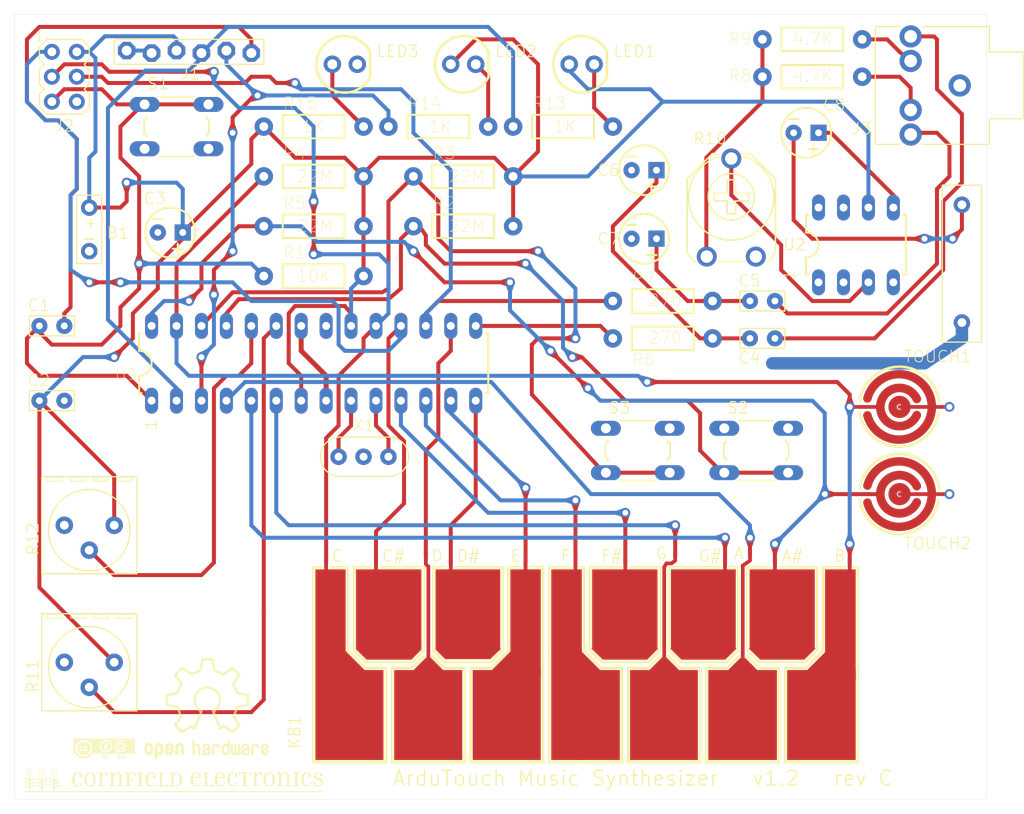
<source format=kicad_pcb>
(kicad_pcb (version 20240108) (generator "pcbnew") (generator_version "8.0")
  (layers (0 "F.Cu" signal) (31 "B.Cu" signal) (34 "B.Paste" user) (35 "F.Paste" user) (36 "B.SilkS" user "B.Silkscreen") (37 "F.SilkS" user "F.Silkscreen") (38 "B.Mask" user) (39 "F.Mask" user) (44 "Edge.Cuts" user))
  (net 0 "")
  (net 1 "GND")
  (net 2 "VCC")
  (net 3 "N$2")
  (net 4 "N$3")
  (net 5 "RTS*")
  (net 6 "B")
  (net 7 "RESET*")
  (net 8 "A2")
  (net 9 "N$5")
  (net 10 "N$8")
  (net 11 "N$10")
  (net 12 "C+")
  (net 13 "A1")
  (net 14 "A0")
  (net 15 "A#")
  (net 16 "A")
  (net 17 "G#")
  (net 18 "G")
  (net 19 "F#")
  (net 20 "F")
  (net 21 "D#")
  (net 22 "N$14")
  (net 23 "TXD")
  (net 24 "MOSI/AUDIO-RIGHT")
  (net 25 "D")
  (net 26 "AUDIO-LEFT")
  (net 27 "E")
  (net 28 "RXD")
  (net 29 "SCK")
  (net 30 "MISO")
  (net 31 "N$1")
  (net 32 "N$4")
  (net 33 "N$6")
  (net 34 "N$7")
  (net 35 "N$9")
  (net 36 "N$13")
  (net 37 "N$16")
  (net 38 "N$11")
  (net 39 "N$12")
  (footprint "ArduTouch_stereo_v1.2c:TACTILE_SWITCH_6.3MM" (layer "F.Cu") (at 162.471735 109.4486)
    (property "Reference" "S3")
    (property "Value" "")
  )
  (footprint "ArduTouch_stereo_v1.2c:AXIAL-0.4" (layer "F.Cu") (at 129.451735 81.5086)
    (property "Reference" "R4")
    (property "Value" "22M")
  )
  (footprint "ArduTouch_stereo_v1.2c:CPOL-RADIAL-10UF-25V" (layer "F.Cu") (at 163.106735 80.8736)
    (property "Reference" "C6")
    (property "Value" "1uF")
  )
  (footprint "ArduTouch_stereo_v1.2c:CPOL-RADIAL-10UF-25V" (layer "F.Cu") (at 179.616735 77.0636)
    (property "Reference" "C8")
    (property "Value" "100uF")
  )
  (footprint "ArduTouch_stereo_v1.2c:DIL28-3" (layer "F.Cu") (at 129.451735 100.5586)
    (property "Reference" "U1")
    (property "Value" "ATmega328P")
  )
  (footprint "ArduTouch_stereo_v1.2c:AVRISP" (layer "F.Cu") (at 104.051735 71.3486)
    (property "Reference" "J2")
    (property "Value" "ISP" (hide yes))
  )
  (footprint "ArduTouch_stereo_v1.2c:AXIAL-0.4" (layer "F.Cu") (at 144.691735 86.5886)
    (property "Reference" "R2")
    (property "Value" "22M")
  )
  (footprint "ArduTouch_stereo_v1.2c:CPOL-RADIAL-10UF-25V" (layer "F.Cu") (at 114.846735 87.2236)
    (property "Reference" "C3")
    (property "Value" "100uF")
  )
  (footprint "ArduTouch_stereo_v1.2c:AXIAL-0.4" (layer "F.Cu") (at 154.851735 76.4286)
    (property "Reference" "R13")
    (property "Value" "1K")
  )
  (footprint "ArduTouch_stereo_v1.2c:AXIAL-0.4" (layer "F.Cu") (at 165.011735 98.0186)
    (property "Reference" "R6")
    (property "Value" "270")
  )
  (footprint "ArduTouch_stereo_v1.2c:AXIAL-0.4" (layer "F.Cu") (at 129.451735 76.4286)
    (property "Reference" "R15")
    (property "Value" "1K")
  )
  (footprint "ArduTouch_stereo_v1.2c:AXIAL-0.4" (layer "F.Cu") (at 129.451735 86.5886)
    (property "Reference" "R5")
    (property "Value" "22M")
  )
  (footprint "ArduTouch_stereo_v1.2c:CAP-PTH-SMALL" (layer "F.Cu") (at 102.781735 96.7486)
    (property "Reference" "C1")
    (property "Value" "0.1uF")
  )
  (footprint "" (layer "F.Cu") (at 194.856735 139.2936)
    (property "Reference" "@HOLE1" (hide yes))
    (property "Value" "")
  )
  (footprint "ArduTouch_stereo_v1.2c:LED5MM" (layer "F.Cu") (at 156.756735 70.0786)
    (property "Reference" "LED1")
    (property "Value" "Blue")
  )
  (footprint "ArduTouch_stereo_v1.2c:1X06-BIGLOCK" (layer "F.Cu") (at 116.751735 68.8086)
    (property "Reference" "J1")
    (property "Value" "")
  )
  (footprint "ArduTouch_stereo_v1.2c:PCB-KEYBOARD4" (layer "F.Cu") (at 161.201735 131.0386)
    (property "Reference" "KB1")
    (property "Value" "" (hide yes))
  )
  (footprint "ArduTouch_stereo_v1.2c:CPOL-RADIAL-10UF-25V" (layer "F.Cu") (at 163.106735 87.8586)
    (property "Reference" "C7")
    (property "Value" "1uF")
  )
  (footprint "ArduTouch_stereo_v1.2c:OSH-LOGO" (layer "F.Cu") (at 118.656735 134.8486)
    (property "Reference" "U$1" (hide yes))
    (property "Value" "OSH-LOGO" (hide yes))
  )
  (footprint "" (layer "F.Cu") (at 101.892735 81.0006)
    (property "Reference" "@HOLE3" (hide yes))
    (property "Value" "")
  )
  (footprint "ArduTouch_stereo_v1.2c:TRIMPOT-72PTR" (layer "F.Cu") (at 106.591735 117.0686)
    (property "Reference" "R12")
    (property "Value" "10K")
  )
  (footprint "ArduTouch_stereo_v1.2c:TACTILE_SWITCH_6.3MM" (layer "F.Cu") (at 174.536735 109.4486)
    (property "Reference" "S2")
    (property "Value" "")
  )
  (footprint "ArduTouch_stereo_v1.2c:CORNFIELD-LOGO" (layer "F.Cu") (at 115.176935 143.2433)
    (property "Reference" "U$3" (hide yes))
    (property "Value" "CORNFIELD-LOGO" (hide yes))
  )
  (footprint "ArduTouch_stereo_v1.2c:PCB-TOUCHPAD2" (layer "F.Cu") (at 189.141735 113.8936)
    (property "Reference" "TOUCH2")
    (property "Value" "")
  )
  (footprint "" (layer "F.Cu") (at 190.411735 81.0006)
    (property "Reference" "@HOLE2" (hide yes))
    (property "Value" "")
  )
  (footprint "ArduTouch_stereo_v1.2c:TRIMPOT-72PTR" (layer "F.Cu") (at 106.591735 131.0386)
    (property "Reference" "R11")
    (property "Value" "10K")
  )
  (footprint "ArduTouch_stereo_v1.2c:AXIAL-0.4" (layer "F.Cu") (at 142.151735 76.4286)
    (property "Reference" "R14")
    (property "Value" "1K")
  )
  (footprint "ArduTouch_stereo_v1.2c:CC-BY-SA-LOGO2" (layer "F.Cu") (at 108.293535 139.8016)
    (property "Reference" "U$2" (hide yes))
    (property "Value" "CC-BY-SA-LOGO2" (hide yes))
  )
  (footprint "ArduTouch_stereo_v1.2c:AXIAL-0.4" (layer "F.Cu") (at 180.251735 67.5386)
    (property "Reference" "R9")
    (property "Value" "4.7K")
  )
  (footprint "ArduTouch_stereo_v1.2c:CAP-PTH-SMALL" (layer "F.Cu") (at 102.781735 104.3686)
    (property "Reference" "C2")
    (property "Value" "0.1uF")
  )
  (footprint "ArduTouch_stereo_v1.2c:AXIAL-0.4" (layer "F.Cu") (at 165.011735 94.2086)
    (property "Reference" "R7")
    (property "Value" "270")
  )
  (footprint "ArduTouch_stereo_v1.2c:PCB-TOUCHPAD2" (layer "F.Cu") (at 189.141735 105.0036)
    (property "Reference" "TOUCH1")
    (property "Value" "")
  )
  (footprint "ArduTouch_stereo_v1.2c:AXIAL-0.4" (layer "F.Cu") (at 129.451735 91.6686)
    (property "Reference" "R1")
    (property "Value" "10K")
  )
  (footprint "ArduTouch_stereo_v1.2c:LED5MM" (layer "F.Cu") (at 144.691735 70.0786)
    (property "Reference" "LED2")
    (property "Value" "Red")
  )
  (footprint "ArduTouch_stereo_v1.2c:TACTILE_SWITCH_6.3MM" (layer "F.Cu") (at 115.481735 76.4286)
    (property "Reference" "S1")
    (property "Value" "")
  )
  (footprint "ArduTouch_stereo_v1.2c:TRIMPOT-3319P-1" (layer "F.Cu") (at 171.996735 84.6836)
    (property "Reference" "R10")
    (property "Value" "10K")
  )
  (footprint "ArduTouch_stereo_v1.2c:AXIAL-0.4" (layer "F.Cu") (at 144.691735 81.5086)
    (property "Reference" "R3")
    (property "Value" "22M")
  )
  (footprint "ArduTouch_stereo_v1.2c:LED5MM" (layer "F.Cu") (at 132.626735 70.0786)
    (property "Reference" "LED3")
    (property "Value" "Green")
  )
  (footprint "" (layer "F.Cu") (at 101.892735 139.2936)
    (property "Reference" "@HOLE0" (hide yes))
    (property "Value" "")
  )
  (footprint "ArduTouch_stereo_v1.2c:CAP-PTH-SMALL" (layer "F.Cu") (at 175.171735 94.2086)
    (property "Reference" "C5")
    (property "Value" "0.1uF")
  )
  (footprint "ArduTouch_stereo_v1.2c:CAP-PTH-SMALL" (layer "F.Cu") (at 175.171735 98.0186)
    (property "Reference" "C4")
    (property "Value" "0.1uF")
  )
  (footprint "ArduTouch_stereo_v1.2c:SPEAKER-TERMINALS" (layer "F.Cu") (at 195.491735 90.3986)
    (property "Reference" "SPKR1" (hide yes))
    (property "Value" "")
  )
  (footprint "ArduTouch_stereo_v1.2c:CERM_OSC" (layer "F.Cu") (at 134.531735 110.0836)
    (property "Reference" "X1")
    (property "Value" "16.00MHz")
  )
  (footprint "ArduTouch_stereo_v1.2c:AXIAL-0.4" (layer "F.Cu") (at 180.251735 71.3486)
    (property "Reference" "R8")
    (property "Value" "4.7K")
  )
  (footprint "ArduTouch_stereo_v1.2c:BATTERY-TERMINALS" (layer "F.Cu") (at 106.591735 87.2236)
    (property "Reference" "B1")
    (property "Value" "BATTERY-TERMINALS" (hide yes))
  )
  (footprint "ArduTouch_stereo_v1.2c:STEREO-AUDIO-3.5MM-SWITCHED" (layer "F.Cu") (at 194.221735 72.2376 180)
    (property "Reference" "J3")
    (property "Value" "")
  )
  (footprint "ArduTouch_stereo_v1.2c:DIP08" (layer "F.Cu") (at 184.696735 88.4936)
    (property "Reference" "U2")
    (property "Value" "LM386")
  )
  (gr_line (start 198.031735 64.9986) (end 98.971735 64.9986) (stroke (width 0.0254)) (layer "Edge.Cuts"))
  (gr_line (start 198.031735 145.0086) (end 198.031735 64.9986) (stroke (width 0.0254)) (layer "Edge.Cuts"))
  (gr_line (start 98.971735 145.0086) (end 198.031735 145.0086) (stroke (width 0.0254)) (layer "Edge.Cuts"))
  (gr_line (start 98.971735 64.9986) (end 98.971735 145.0086) (stroke (width 0.02794)) (layer "Edge.Cuts"))
  (gr_text "1" (at 178.600735 92.1766 90) (layer "F.SilkS") (effects (font (size 1.1684 1.1684) (thickness 0.1016)) (justify left bottom)))
  (gr_text "1" (at 113.576735 107.4166 90) (layer "F.SilkS") (effects (font (size 1.1684 1.1684) (thickness 0.1016)) (justify left bottom)))
  (gr_text "ArduTouch Music Synthesizer   v1.2   rev C" (at 162.979735 143.7386 0) (layer "F.SilkS") (effects (font (size 1.51892 1.51892) (thickness 0.13208)) (justify bottom)))
  (segment (start 128.181735 99.2886) (end 130.721735 101.8286) (width 0.508) (layer "F.Cu") (net 1))
  (segment (start 128.181735 96.7486) (end 128.181735 99.2886) (width 0.508) (layer "F.Cu") (net 1))
  (segment (start 130.721735 101.8286) (end 130.721735 104.3686) (width 0.508) (layer "F.Cu") (net 1))
  (via (at 194.221735 105.0036) (size 1.0064) (drill 0.6) (layers "F.Cu" "B.Cu") (net 1))
  (via (at 194.221735 113.8936) (size 1.0064) (drill 0.6) (layers "F.Cu" "B.Cu") (net 1))
  (segment (start 195.491735 98.0186) (end 191.681735 100.5586) (width 1.27) (layer "B.Cu") (net 1))
  (segment (start 110.401735 68.6816) (end 112.687735 68.6816) (width 0.4064) (layer "B.Cu") (net 1))
  (segment (start 195.491735 96.3986) (end 195.491735 98.0186) (width 1.27) (layer "B.Cu") (net 1))
  (segment (start 191.681735 100.5586) (end 176.162335 100.5586) (width 1.27) (layer "B.Cu") (net 1))
  (segment (start 112.687735 68.6816) (end 112.941735 68.9356) (width 0.4064) (layer "B.Cu") (net 1))
  (segment (start 126.911735 95.4786) (end 126.911735 100.5586) (width 0.4064) (layer "F.Cu") (net 2))
  (segment (start 110.401735 82.1436) (end 110.118891 82.243604) (width 0.4064) (layer "F.Cu") (net 2))
  (segment (start 149.771735 86.5886) (end 149.771735 81.5086) (width 0.4064) (layer "F.Cu") (net 2))
  (segment (start 109.768131 99.287204) (end 109.131735 99.9236) (width 0.4064) (layer "F.Cu") (net 2))
  (segment (start 110.401735 82.1436) (end 110.401735 83.043604) (width 0.4064) (layer "F.Cu") (net 2))
  (segment (start 116.116735 87.2236) (end 116.116735 87.8586) (width 0.4064) (layer "F.Cu") (net 2))
  (segment (start 133.261735 95.4786) (end 132.626735 94.7166) (width 0.4064) (layer "F.Cu") (net 2))
  (segment (start 109.131735 99.9236) (end 109.402444 100.052891) (width 0.4064) (layer "F.Cu") (net 2))
  (segment (start 134.531735 81.5086) (end 134.531735 86.5886) (width 0.4064) (layer "F.Cu") (net 2))
  (segment (start 124.371735 76.4286) (end 123.101735 77.6986) (width 0.4064) (layer "F.Cu") (net 2))
  (segment (start 111.036735 95.4786) (end 111.036735 98.0186) (width 0.4064) (layer "F.Cu") (net 2))
  (segment (start 123.101735 80.2386) (end 116.116735 87.2236) (width 0.4064) (layer "F.Cu") (net 2))
  (segment (start 147.866735 79.6036) (end 136.119235 79.6036) (width 0.4064) (layer "F.Cu") (net 2))
  (segment (start 109.768131 99.287204) (end 109.002444 99.652891) (width 0.4064) (layer "F.Cu") (net 2))
  (segment (start 132.626735 94.7166) (end 127.546735 94.7166) (width 0.4064) (layer "F.Cu") (net 2))
  (segment (start 101.511735 104.3686) (end 101.511735 123.4186) (width 0.4064) (layer "F.Cu") (net 2))
  (segment (start 109.768131 99.287204) (end 109.402444 100.052891) (width 0.4064) (layer "F.Cu") (net 2))
  (segment (start 149.771735 81.5086) (end 147.866735 79.6036) (width 0.4064) (layer "F.Cu") (net 2))
  (segment (start 101.511735 123.4186) (end 109.131735 131.0386) (width 0.4064) (layer "F.Cu") (net 2))
  (segment (start 152.311735 78.9686) (end 149.771735 81.5086) (width 0.4064) (layer "F.Cu") (net 2))
  (segment (start 113.576735 90.3986) (end 113.576735 92.9386) (width 0.4064) (layer "F.Cu") (net 2))
  (segment (start 110.401735 83.043604) (end 110.118891 82.243604) (width 0.4064) (layer "F.Cu") (net 2))
  (segment (start 111.036735 98.0186) (end 109.768131 99.287204) (width 0.4064) (layer "F.Cu") (net 2))
  (segment (start 149.771735 67.5386) (end 145.961735 67.5386) (width 0.4064) (layer "F.Cu") (net 2))
  (segment (start 109.766735 84.6836) (end 106.591735 84.6836) (width 0.4064) (layer "F.Cu") (net 2))
  (segment (start 134.531735 86.5886) (end 134.531735 91.6686) (width 0.4064) (layer "F.Cu") (net 2))
  (segment (start 126.911735 100.5586) (end 128.181735 101.8286) (width 0.4064) (layer "F.Cu") (net 2))
  (segment (start 134.531735 81.5086) (end 132.626735 79.6036) (width 0.4064) (layer "F.Cu") (net 2))
  (segment (start 127.546735 79.6036) (end 132.626735 79.6036) (width 0.4064) (layer "F.Cu") (net 2))
  (segment (start 109.131735 117.0686) (end 109.131735 111.9886) (width 0.4064) (layer "F.Cu") (net 2))
  (segment (start 110.401735 83.043604) (end 110.401735 84.0486) (width 0.4064) (layer "F.Cu") (net 2))
  (segment (start 128.181735 104.3686) (end 128.181735 101.8286) (width 0.4064) (layer "F.Cu") (net 2))
  (segment (start 109.131735 111.9886) (end 101.511735 104.3686) (width 0.4064) (layer "F.Cu") (net 2))
  (segment (start 110.401735 83.043604) (end 110.684575 82.243604) (width 0.4064) (layer "F.Cu") (net 2))
  (segment (start 134.531735 81.1911) (end 134.531735 81.5086) (width 0.4064) (layer "F.Cu") (net 2))
  (segment (start 124.371735 76.4286) (end 127.546735 79.6036) (width 0.4064) (layer "F.Cu") (net 2))
  (segment (start 113.576735 92.9386) (end 111.036735 95.4786) (width 0.4064) (layer "F.Cu") (net 2))
  (segment (start 110.401735 82.1436) (end 110.684575 82.243604) (width 0.4064) (layer "F.Cu") (net 2))
  (segment (start 123.101735 77.6986) (end 123.101735 80.2386) (width 0.4064) (layer "F.Cu") (net 2))
  (segment (start 136.119235 79.6036) (end 134.531735 81.1911) (width 0.4064) (layer "F.Cu") (net 2))
  (segment (start 152.311735 78.9686) (end 152.311735 70.0786) (width 0.4064) (layer "F.Cu") (net 2))
  (segment (start 109.131735 99.9236) (end 109.002444 99.652891) (width 0.4064) (layer "F.Cu") (net 2))
  (segment (start 145.961735 67.5386) (end 143.421735 70.0786) (width 0.4064) (layer "F.Cu") (net 2))
  (segment (start 152.311735 70.0786) (end 149.771735 67.5386) (width 0.4064) (layer "F.Cu") (net 2))
  (segment (start 127.546735 94.7166) (end 126.911735 95.4786) (width 0.4064) (layer "F.Cu") (net 2))
  (segment (start 110.401735 84.0486) (end 109.766735 84.6836) (width 0.4064) (layer "F.Cu") (net 2))
  (segment (start 133.261735 96.7486) (end 133.261735 95.4786) (width 0.4064) (layer "F.Cu") (net 2))
  (segment (start 116.116735 87.8586) (end 113.576735 90.3986) (width 0.4064) (layer "F.Cu") (net 2))
  (via (at 109.131735 99.9236) (size 1.0064) (drill 0.6) (layers "F.Cu" "B.Cu") (net 2))
  (via (at 110.401735 82.1436) (size 1.0064) (drill 0.6) (layers "F.Cu" "B.Cu") (net 2))
  (segment (start 108.231731 99.9236) (end 105.956735 99.9236) (width 0.4064) (layer "B.Cu") (net 2))
  (segment (start 108.179235 67.2211) (end 106.591735 68.8086) (width 0.4064) (layer "B.Cu") (net 2))
  (segment (start 116.116735 87.2236) (end 116.116735 82.7786) (width 0.4064) (layer "B.Cu") (net 2))
  (segment (start 107.226735 78.9686) (end 106.591735 79.6036) (width 0.4064) (layer "B.Cu") (net 2))
  (segment (start 115.481735 67.5386) (end 115.164235 67.2211) (width 0.4064) (layer "B.Cu") (net 2))
  (segment (start 155.486735 70.7136) (end 157.391735 72.6186) (width 0.4064) (layer "B.Cu") (net 2))
  (segment (start 185.966735 77.0636) (end 182.791735 73.8886) (width 0.4064) (layer "B.Cu") (net 2))
  (segment (start 110.401735 82.1436) (end 110.501738 81.86076) (width 0.4064) (layer "B.Cu") (net 2))
  (segment (start 163.741735 72.6186) (end 165.011735 73.8886) (width 0.4064) (layer "B.Cu") (net 2))
  (segment (start 157.391735 81.5086) (end 149.771735 81.5086) (width 0.4064) (layer "B.Cu") (net 2))
  (segment (start 106.591735 84.6836) (end 106.591735 79.6036) (width 0.4064) (layer "B.Cu") (net 2))
  (segment (start 109.131735 99.9236) (end 109.031731 100.206444) (width 0.4064) (layer "B.Cu") (net 2))
  (segment (start 111.301738 82.1436) (end 115.481735 82.1436) (width 0.4064) (layer "B.Cu") (net 2))
  (segment (start 157.391735 72.6186) (end 163.741735 72.6186) (width 0.4064) (layer "B.Cu") (net 2))
  (segment (start 115.481735 82.1436) (end 116.116735 82.7786) (width 0.4064) (layer "B.Cu") (net 2))
  (segment (start 115.164235 67.2211) (end 108.179235 67.2211) (width 0.4064) (layer "B.Cu") (net 2))
  (segment (start 106.591735 68.8086) (end 107.226735 69.4436) (width 0.4064) (layer "B.Cu") (net 2))
  (segment (start 111.301738 82.1436) (end 110.501738 81.86076) (width 0.4064) (layer "B.Cu") (net 2))
  (segment (start 101.511735 104.3686) (end 105.956735 99.9236) (width 0.4064) (layer "B.Cu") (net 2))
  (segment (start 185.966735 84.6836) (end 185.966735 77.0636) (width 0.4064) (layer "B.Cu") (net 2))
  (segment (start 109.131735 99.9236) (end 109.031731 99.64076) (width 0.4064) (layer "B.Cu") (net 2))
  (segment (start 133.261735 92.9386) (end 133.261735 96.7486) (width 0.4064) (layer "B.Cu") (net 2))
  (segment (start 111.301738 82.1436) (end 110.501738 82.426444) (width 0.4064) (layer "B.Cu") (net 2))
  (segment (start 115.481735 68.6816) (end 115.481735 67.5386) (width 0.4064) (layer "B.Cu") (net 2))
  (segment (start 165.011735 73.8886) (end 157.391735 81.5086) (width 0.4064) (layer "B.Cu") (net 2))
  (segment (start 109.131735 99.9236) (end 108.231731 99.9236) (width 0.4064) (layer "B.Cu") (net 2))
  (segment (start 108.231731 99.9236) (end 109.031731 100.206444) (width 0.4064) (layer "B.Cu") (net 2))
  (segment (start 108.231731 99.9236) (end 109.031731 99.64076) (width 0.4064) (layer "B.Cu") (net 2))
  (segment (start 110.401735 82.1436) (end 111.301738 82.1436) (width 0.4064) (layer "B.Cu") (net 2))
  (segment (start 155.486735 70.0786) (end 155.486735 70.7136) (width 0.4064) (layer "B.Cu") (net 2))
  (segment (start 134.531735 91.6686) (end 133.261735 92.9386) (width 0.4064) (layer "B.Cu") (net 2))
  (segment (start 110.401735 82.1436) (end 110.501738 82.426444) (width 0.4064) (layer "B.Cu") (net 2))
  (segment (start 182.791735 73.8886) (end 165.011735 73.8886) (width 0.4064) (layer "B.Cu") (net 2))
  (segment (start 107.226735 69.4436) (end 107.226735 78.9686) (width 0.4064) (layer "B.Cu") (net 2))
  (segment (start 105.321735 68.8086) (end 106.591735 68.8086) (width 0.4064) (layer "B.Cu") (net 2))
  (segment (start 133.261735 106.9086) (end 131.991735 108.1786) (width 0.4064) (layer "F.Cu") (net 3))
  (segment (start 133.261735 104.3686) (end 133.261735 106.9086) (width 0.4064) (layer "F.Cu") (net 3))
  (segment (start 131.991735 108.1786) (end 131.991735 110.0836) (width 0.4064) (layer "F.Cu") (net 3))
  (segment (start 137.071735 110.0836) (end 137.071735 108.1786) (width 0.4064) (layer "F.Cu") (net 4))
  (segment (start 135.801735 106.9086) (end 135.801735 104.3686) (width 0.4064) (layer "F.Cu") (net 4))
  (segment (start 137.071735 108.1786) (end 135.801735 106.9086) (width 0.4064) (layer "F.Cu") (net 4))
  (segment (start 123.101735 68.9356) (end 123.101735 67.5386) (width 0.4064) (layer "F.Cu") (net 5))
  (segment (start 123.101735 67.5386) (end 121.831735 66.2686) (width 0.4064) (layer "F.Cu") (net 5))
  (segment (start 100.241735 67.5386) (end 101.511735 66.2686) (width 0.4064) (layer "F.Cu") (net 5))
  (segment (start 104.686735 94.8436) (end 104.686735 83.4136) (width 0.4064) (layer "F.Cu") (net 5))
  (segment (start 101.511735 66.2686) (end 121.831735 66.2686) (width 0.4064) (layer "F.Cu") (net 5))
  (segment (start 103.416735 75.7936) (end 105.321735 77.6986) (width 0.4064) (layer "F.Cu") (net 5))
  (segment (start 104.686735 94.8436) (end 104.051735 95.4786) (width 0.4064) (layer "F.Cu") (net 5))
  (segment (start 104.051735 96.7486) (end 104.051735 95.4786) (width 0.4064) (layer "F.Cu") (net 5))
  (segment (start 100.241735 73.8886) (end 102.146735 75.7936) (width 0.4064) (layer "F.Cu") (net 5))
  (segment (start 105.321735 82.7786) (end 105.321735 77.6986) (width 0.4064) (layer "F.Cu") (net 5))
  (segment (start 104.686735 83.4136) (end 105.321735 82.7786) (width 0.4064) (layer "F.Cu") (net 5))
  (segment (start 100.241735 67.5386) (end 100.241735 73.8886) (width 0.4064) (layer "F.Cu") (net 5))
  (segment (start 102.146735 75.7936) (end 103.416735 75.7936) (width 0.4064) (layer "F.Cu") (net 5))
  (segment (start 115.481735 90.3986) (end 115.481735 96.7486) (width 0.4064) (layer "F.Cu") (net 6))
  (segment (start 164.324238 102.4636) (end 163.524238 102.746444) (width 0.4064) (layer "F.Cu") (net 6))
  (segment (start 184.061735 118.9736) (end 184.344575 119.073604) (width 0.4064) (layer "F.Cu") (net 6))
  (segment (start 184.061735 105.0036) (end 184.061735 104.103597) (width 0.4064) (layer "F.Cu") (net 6))
  (segment (start 184.061735 120.8786) (end 184.061735 119.873604) (width 0.4064) (layer "F.Cu") (net 6))
  (segment (start 184.061735 119.873604) (end 184.344575 119.073604) (width 0.4064) (layer "F.Cu") (net 6))
  (segment (start 164.324238 102.4636) (end 163.424235 102.4636) (width 0.4064) (layer "F.Cu") (net 6))
  (segment (start 184.061735 119.873604) (end 184.061735 119.6086) (width 0.4064) (layer "F.Cu") (net 6))
  (segment (start 163.424235 102.4636) (end 163.524238 102.746444) (width 0.4064) (layer "F.Cu") (net 6))
  (segment (start 163.424235 102.4636) (end 163.524238 102.18076) (width 0.4064) (layer "F.Cu") (net 6))
  (segment (start 184.061735 119.6086) (end 184.061735 118.9736) (width 0.4064) (layer "F.Cu") (net 6))
  (segment (start 184.061735 105.0036) (end 184.344575 104.903597) (width 0.4064) (layer "F.Cu") (net 6))
  (segment (start 184.061735 105.0036) (end 183.778891 104.903597) (width 0.4064) (layer "F.Cu") (net 6))
  (segment (start 182.791735 102.4636) (end 164.324238 102.4636) (width 0.4064) (layer "F.Cu") (net 6))
  (segment (start 184.061735 104.103597) (end 184.061735 103.7336) (width 0.4064) (layer "F.Cu") (net 6))
  (segment (start 184.061735 103.7336) (end 182.791735 102.4636) (width 0.4064) (layer "F.Cu") (net 6))
  (segment (start 184.061735 119.873604) (end 183.778891 119.073604) (width 0.4064) (layer "F.Cu") (net 6))
  (segment (start 184.061735 104.103597) (end 184.344575 104.903597) (width 0.4064) (layer "F.Cu") (net 6))
  (segment (start 164.324238 102.4636) (end 163.524238 102.18076) (width 0.4064) (layer "F.Cu") (net 6))
  (segment (start 184.061735 118.9736) (end 183.778891 119.073604) (width 0.4064) (layer "F.Cu") (net 6))
  (segment (start 184.061735 104.103597) (end 183.778891 104.903597) (width 0.4064) (layer "F.Cu") (net 6))
  (segment (start 124.371735 81.5086) (end 115.481735 90.3986) (width 0.4064) (layer "F.Cu") (net 6))
  (via (at 163.424235 102.4636) (size 1.0064) (drill 0.6) (layers "F.Cu" "B.Cu") (net 6))
  (via (at 184.061735 118.9736) (size 1.0064) (drill 0.6) (layers "F.Cu" "B.Cu") (net 6))
  (via (at 184.061735 105.0036) (size 1.0064) (drill 0.6) (layers "F.Cu" "B.Cu") (net 6))
  (segment (start 184.061735 118.073597) (end 184.061735 105.903604) (width 0.4064) (layer "B.Cu") (net 6))
  (segment (start 115.481735 100.5586) (end 115.481735 96.7486) (width 0.4064) (layer "B.Cu") (net 6))
  (segment (start 184.061735 105.0036) (end 183.778891 105.103604) (width 0.4064) (layer "B.Cu") (net 6))
  (segment (start 162.471735 101.8286) (end 116.751735 101.8286) (width 0.4064) (layer "B.Cu") (net 6))
  (segment (start 184.061735 105.903604) (end 183.778891 105.103604) (width 0.4064) (layer "B.Cu") (net 6))
  (segment (start 162.675388 101.964369) (end 162.471735 101.8286) (width 0.4064) (layer "B.Cu") (net 6))
  (segment (start 163.424235 102.4636) (end 163.497919 102.172791) (width 0.4064) (layer "B.Cu") (net 6))
  (segment (start 184.061735 118.9736) (end 183.778891 118.873597) (width 0.4064) (layer "B.Cu") (net 6))
  (segment (start 116.751735 101.8286) (end 115.481735 100.5586) (width 0.4064) (layer "B.Cu") (net 6))
  (segment (start 184.061735 118.073597) (end 184.344575 118.873597) (width 0.4064) (layer "B.Cu") (net 6))
  (segment (start 184.061735 118.9736) (end 184.344575 118.873597) (width 0.4064) (layer "B.Cu") (net 6))
  (segment (start 162.675388 101.964369) (end 163.497919 102.172791) (width 0.4064) (layer "B.Cu") (net 6))
  (segment (start 162.675388 101.964369) (end 163.184135 102.643469) (width 0.4064) (layer "B.Cu") (net 6))
  (segment (start 184.061735 118.9736) (end 184.061735 118.073597) (width 0.4064) (layer "B.Cu") (net 6))
  (segment (start 184.061735 105.903604) (end 184.061735 105.0036) (width 0.4064) (layer "B.Cu") (net 6))
  (segment (start 163.424235 102.4636) (end 163.184135 102.643469) (width 0.4064) (layer "B.Cu") (net 6))
  (segment (start 184.061735 105.903604) (end 184.344575 105.103604) (width 0.4064) (layer "B.Cu") (net 6))
  (segment (start 184.061735 118.073597) (end 183.778891 118.873597) (width 0.4064) (layer "B.Cu") (net 6))
  (segment (start 184.061735 105.0036) (end 184.344575 105.103604) (width 0.4064) (layer "B.Cu") (net 6))
  (segment (start 163.424235 102.4636) (end 162.675388 101.964369) (width 0.4064) (layer "B.Cu") (net 6))
  (segment (start 101.511735 97.3836) (end 102.781735 98.6536) (width 0.4064) (layer "F.Cu") (net 7))
  (segment (start 111.671735 90.3986) (end 111.388891 90.298597) (width 0.4064) (layer "F.Cu") (net 7))
  (segment (start 100.241735 98.0186) (end 101.511735 96.7486) (width 0.4064) (layer "F.Cu") (net 7))
  (segment (start 111.671735 90.3986) (end 111.671735 89.498597) (width 0.4064) (layer "F.Cu") (net 7))
  (segment (start 111.671735 90.3986) (end 111.954575 90.498604) (width 0.4064) (layer "F.Cu") (net 7))
  (segment (start 111.671735 91.298604) (end 111.671735 92.9386) (width 0.4064) (layer "F.Cu") (net 7))
  (segment (start 102.781735 73.8886) (end 104.051735 72.6186) (width 0.4064) (layer "F.Cu") (net 7))
  (segment (start 112.230535 74.168) (end 111.671735 74.168) (width 0.4064) (layer "F.Cu") (net 7))
  (segment (start 111.671735 89.498597) (end 111.671735 81.5086) (width 0.4064) (layer "F.Cu") (net 7))
  (segment (start 111.671735 91.298604) (end 111.388891 90.498604) (width 0.4064) (layer "F.Cu") (net 7))
  (segment (start 111.671735 89.498597) (end 111.388891 90.298597) (width 0.4064) (layer "F.Cu") (net 7))
  (segment (start 111.671735 74.168) (end 109.411135 74.168) (width 0.4064) (layer "F.Cu") (net 7))
  (segment (start 102.781735 98.6536) (end 107.861735 98.6536) (width 0.4064) (layer "F.Cu") (net 7))
  (segment (start 109.411135 74.168) (end 107.861735 72.6186) (width 0.4064) (layer "F.Cu") (net 7))
  (segment (start 111.671735 90.3986) (end 111.388891 90.498604) (width 0.4064) (layer "F.Cu") (net 7))
  (segment (start 101.511735 101.8286) (end 100.241735 100.5586) (width 0.4064) (layer "F.Cu") (net 7))
  (segment (start 111.671735 81.5086) (end 109.766735 79.6036) (width 0.4064) (layer "F.Cu") (net 7))
  (segment (start 111.671735 90.3986) (end 111.671735 91.298604) (width 0.4064) (layer "F.Cu") (net 7))
  (segment (start 100.241735 100.5586) (end 100.241735 98.0186) (width 0.4064) (layer "F.Cu") (net 7))
  (segment (start 109.766735 94.8436) (end 109.766735 96.7486) (width 0.4064) (layer "F.Cu") (net 7))
  (segment (start 118.732935 74.168) (end 112.230535 74.168) (width 0.4064) (layer "F.Cu") (net 7))
  (segment (start 111.671735 92.9386) (end 109.766735 94.8436) (width 0.4064) (layer "F.Cu") (net 7))
  (segment (start 111.671735 91.298604) (end 111.954575 90.498604) (width 0.4064) (layer "F.Cu") (net 7))
  (segment (start 111.671735 90.3986) (end 111.954575 90.298597) (width 0.4064) (layer "F.Cu") (net 7))
  (segment (start 110.401735 101.8286) (end 112.941735 104.3686) (width 0.4064) (layer "F.Cu") (net 7))
  (segment (start 107.861735 98.6536) (end 109.766735 96.7486) (width 0.4064) (layer "F.Cu") (net 7))
  (segment (start 104.051735 72.6186) (end 107.861735 72.6186) (width 0.4064) (layer "F.Cu") (net 7))
  (segment (start 111.671735 74.5236) (end 111.671735 74.168) (width 0.4064) (layer "F.Cu") (net 7))
  (segment (start 101.511735 97.3836) (end 101.511735 96.7486) (width 0.4064) (layer "F.Cu") (net 7))
  (segment (start 110.401735 101.8286) (end 101.511735 101.8286) (width 0.4064) (layer "F.Cu") (net 7))
  (segment (start 109.766735 79.6036) (end 109.766735 76.4286) (width 0.4064) (layer "F.Cu") (net 7))
  (segment (start 111.671735 89.498597) (end 111.954575 90.298597) (width 0.4064) (layer "F.Cu") (net 7))
  (segment (start 109.766735 76.4286) (end 111.671735 74.5236) (width 0.4064) (layer "F.Cu") (net 7))
  (via (at 111.671735 90.3986) (size 1.0064) (drill 0.6) (layers "F.Cu" "B.Cu") (net 7))
  (segment (start 124.371735 91.6686) (end 123.101735 90.3986) (width 0.4064) (layer "B.Cu") (net 7))
  (segment (start 112.571738 90.3986) (end 111.671735 90.3986) (width 0.4064) (layer "B.Cu") (net 7))
  (segment (start 112.571738 90.3986) (end 111.771738 90.11576) (width 0.4064) (layer "B.Cu") (net 7))
  (segment (start 111.671735 90.3986) (end 111.771738 90.11576) (width 0.4064) (layer "B.Cu") (net 7))
  (segment (start 112.571738 90.3986) (end 111.771738 90.681444) (width 0.4064) (layer "B.Cu") (net 7))
  (segment (start 123.101735 90.3986) (end 112.571738 90.3986) (width 0.4064) (layer "B.Cu") (net 7))
  (segment (start 111.671735 90.3986) (end 111.771738 90.681444) (width 0.4064) (layer "B.Cu") (net 7))
  (segment (start 156.756735 99.9236) (end 156.704238 99.9236) (width 0.4064) (layer "F.Cu") (net 8))
  (segment (start 156.704238 99.9236) (end 155.804235 99.9236) (width 0.4064) (layer "F.Cu") (net 8))
  (segment (start 151.041735 90.3986) (end 150.941731 90.681444) (width 0.4064) (layer "F.Cu") (net 8))
  (segment (start 156.704238 99.9236) (end 155.904238 100.206444) (width 0.4064) (layer "F.Cu") (net 8))
  (segment (start 171.082335 111.7092) (end 168.821735 109.4486) (width 0.4064) (layer "F.Cu") (net 8))
  (segment (start 168.821735 105.6386) (end 167.551735 104.3686) (width 0.4064) (layer "F.Cu") (net 8))
  (segment (start 140.881735 88.4936) (end 142.786735 90.3986) (width 0.4064) (layer "F.Cu") (net 8))
  (segment (start 137.071735 94.0181) (end 121.831735 94.0181) (width 0.4064) (layer "F.Cu") (net 8))
  (segment (start 155.804235 99.9236) (end 155.904238 99.64076) (width 0.4064) (layer "F.Cu") (net 8))
  (segment (start 167.551735 104.3686) (end 161.201735 104.3686) (width 0.4064) (layer "F.Cu") (net 8))
  (segment (start 171.285535 111.7092) (end 177.787935 111.7092) (width 0.4064) (layer "F.Cu") (net 8))
  (segment (start 138.341735 87.8586) (end 138.341735 92.9386) (width 0.4064) (layer "F.Cu") (net 8))
  (segment (start 155.804235 99.9236) (end 155.904238 100.206444) (width 0.4064) (layer "F.Cu") (net 8))
  (segment (start 139.611735 86.5886) (end 138.341735 87.8586) (width 0.4064) (layer "F.Cu") (net 8))
  (segment (start 140.881735 87.5411) (end 140.246735 86.5886) (width 0.4064) (layer "F.Cu") (net 8))
  (segment (start 171.285535 111.7092) (end 171.082335 111.7092) (width 0.4064) (layer "F.Cu") (net 8))
  (segment (start 150.141731 90.3986) (end 150.941731 90.681444) (width 0.4064) (layer "F.Cu") (net 8))
  (segment (start 161.201735 104.3686) (end 156.756735 99.9236) (width 0.4064) (layer "F.Cu") (net 8))
  (segment (start 121.831735 94.0181) (end 120.561735 95.4786) (width 0.4064) (layer "F.Cu") (net 8))
  (segment (start 168.821735 109.4486) (end 168.821735 105.6386) (width 0.4064) (layer "F.Cu") (net 8))
  (segment (start 150.141731 90.3986) (end 151.041735 90.3986) (width 0.4064) (layer "F.Cu") (net 8))
  (segment (start 140.246735 86.5886) (end 139.611735 86.5886) (width 0.4064) (layer "F.Cu") (net 8))
  (segment (start 138.341735 92.9386) (end 137.071735 94.0181) (width 0.4064) (layer "F.Cu") (net 8))
  (segment (start 140.881735 88.4936) (end 140.881735 87.5411) (width 0.4064) (layer "F.Cu") (net 8))
  (segment (start 150.141731 90.3986) (end 150.941731 90.11576) (width 0.4064) (layer "F.Cu") (net 8))
  (segment (start 142.786735 90.3986) (end 150.141731 90.3986) (width 0.4064) (layer "F.Cu") (net 8))
  (segment (start 156.704238 99.9236) (end 155.904238 99.64076) (width 0.4064) (layer "F.Cu") (net 8))
  (segment (start 120.561735 95.4786) (end 120.561735 96.7486) (width 0.4064) (layer "F.Cu") (net 8))
  (segment (start 151.041735 90.3986) (end 150.941731 90.11576) (width 0.4064) (layer "F.Cu") (net 8))
  (via (at 155.804235 99.9236) (size 1.0064) (drill 0.6) (layers "F.Cu" "B.Cu") (net 8))
  (via (at 151.041735 90.3986) (size 1.0064) (drill 0.6) (layers "F.Cu" "B.Cu") (net 8))
  (segment (start 155.167838 99.287204) (end 155.933522 99.652891) (width 0.4064) (layer "B.Cu") (net 8))
  (segment (start 151.678131 91.034997) (end 154.851735 94.2086) (width 0.4064) (layer "B.Cu") (net 8))
  (segment (start 155.804235 99.9236) (end 155.933522 99.652891) (width 0.4064) (layer "B.Cu") (net 8))
  (segment (start 151.678131 91.034997) (end 151.312444 90.269313) (width 0.4064) (layer "B.Cu") (net 8))
  (segment (start 154.851735 94.2086) (end 154.851735 98.9711) (width 0.4064) (layer "B.Cu") (net 8))
  (segment (start 151.678131 91.034997) (end 150.912444 90.669313) (width 0.4064) (layer "B.Cu") (net 8))
  (segment (start 155.167838 99.287204) (end 155.804235 99.9236) (width 0.4064) (layer "B.Cu") (net 8))
  (segment (start 155.804235 99.9236) (end 155.533522 100.052891) (width 0.4064) (layer "B.Cu") (net 8))
  (segment (start 151.041735 90.3986) (end 151.678131 91.034997) (width 0.4064) (layer "B.Cu") (net 8))
  (segment (start 154.851735 98.9711) (end 155.167838 99.287204) (width 0.4064) (layer "B.Cu") (net 8))
  (segment (start 155.167838 99.287204) (end 155.533522 100.052891) (width 0.4064) (layer "B.Cu") (net 8))
  (segment (start 151.041735 90.3986) (end 150.912444 90.669313) (width 0.4064) (layer "B.Cu") (net 8))
  (segment (start 151.041735 90.3986) (end 151.312444 90.269313) (width 0.4064) (layer "B.Cu") (net 8))
  (segment (start 188.506735 83.4136) (end 182.156735 77.0636) (width 0.4064) (layer "F.Cu") (net 9))
  (segment (start 182.156735 77.0636) (end 180.886735 77.0636) (width 0.4064) (layer "F.Cu") (net 9))
  (segment (start 188.506735 84.6836) (end 188.506735 83.4136) (width 0.4064) (layer "F.Cu") (net 9))
  (segment (start 180.251735 94.2086) (end 177.076735 91.0336) (width 0.4064) (layer "F.Cu") (net 10))
  (segment (start 177.076735 88.4936) (end 171.996735 83.4136) (width 0.4064) (layer "F.Cu") (net 10))
  (segment (start 185.966735 92.3036) (end 184.061735 94.2086) (width 0.4064) (layer "F.Cu") (net 10))
  (segment (start 177.076735 91.0336) (end 177.076735 88.4936) (width 0.4064) (layer "F.Cu") (net 10))
  (segment (start 171.996735 83.4136) (end 171.996735 79.6836) (width 0.4064) (layer "F.Cu") (net 10))
  (segment (start 184.061735 94.2086) (end 180.251735 94.2086) (width 0.4064) (layer "F.Cu") (net 10))
  (segment (start 168.821735 98.0186) (end 159.931735 89.1286) (width 0.4064) (layer "F.Cu") (net 11))
  (segment (start 159.931735 86.5886) (end 164.376735 82.1436) (width 0.4064) (layer "F.Cu") (net 11))
  (segment (start 170.091735 98.0186) (end 173.901735 98.0186) (width 0.4064) (layer "F.Cu") (net 11))
  (segment (start 164.376735 80.8736) (end 164.376735 82.1436) (width 0.4064) (layer "F.Cu") (net 11))
  (segment (start 159.931735 89.1286) (end 159.931735 86.5886) (width 0.4064) (layer "F.Cu") (net 11))
  (segment (start 170.091735 98.0186) (end 168.821735 98.0186) (width 0.4064) (layer "F.Cu") (net 11))
  (segment (start 152.311735 98.0186) (end 155.221731 98.0186) (width 0.4064) (layer "F.Cu") (net 12))
  (segment (start 151.676735 103.7336) (end 151.676735 98.6536) (width 0.4064) (layer "F.Cu") (net 12))
  (segment (start 159.220535 111.7092) (end 159.017335 111.7092) (width 0.4064) (layer "F.Cu") (net 12))
  (segment (start 155.221731 98.0186) (end 156.021731 98.301444) (width 0.4064) (layer "F.Cu") (net 12))
  (segment (start 165.722935 111.7092) (end 159.220535 111.7092) (width 0.4064) (layer "F.Cu") (net 12))
  (segment (start 118.021735 96.7486) (end 121.196735 93.3196) (width 0.4064) (layer "F.Cu") (net 12))
  (segment (start 151.411731 89.1286) (end 143.421735 89.1286) (width 0.4064) (layer "F.Cu") (net 12))
  (segment (start 159.017335 111.7092) (end 151.676735 103.7336) (width 0.4064) (layer "F.Cu") (net 12))
  (segment (start 151.411731 89.1286) (end 152.211731 88.84576) (width 0.4064) (layer "F.Cu") (net 12))
  (segment (start 156.121735 98.0186) (end 156.021731 98.301444) (width 0.4064) (layer "F.Cu") (net 12))
  (segment (start 137.071735 84.0486) (end 137.071735 92.9386) (width 0.4064) (layer "F.Cu") (net 12))
  (segment (start 156.121735 98.0186) (end 156.021731 97.73576) (width 0.4064) (layer "F.Cu") (net 12))
  (segment (start 155.221731 98.0186) (end 156.021731 97.73576) (width 0.4064) (layer "F.Cu") (net 12))
  (segment (start 143.421735 89.1286) (end 142.151735 87.8586) (width 0.4064) (layer "F.Cu") (net 12))
  (segment (start 121.196735 93.3196) (end 136.436735 93.3196) (width 0.4064) (layer "F.Cu") (net 12))
  (segment (start 137.071735 92.9386) (end 136.436735 93.3196) (width 0.4064) (layer "F.Cu") (net 12))
  (segment (start 155.221731 98.0186) (end 156.121735 98.0186) (width 0.4064) (layer "F.Cu") (net 12))
  (segment (start 151.676735 98.6536) (end 152.311735 98.0186) (width 0.4064) (layer "F.Cu") (net 12))
  (segment (start 152.311735 89.1286) (end 152.211731 89.411444) (width 0.4064) (layer "F.Cu") (net 12))
  (segment (start 152.311735 89.1286) (end 151.411731 89.1286) (width 0.4064) (layer "F.Cu") (net 12))
  (segment (start 142.151735 87.8586) (end 142.151735 84.0486) (width 0.4064) (layer "F.Cu") (net 12))
  (segment (start 139.611735 81.5086) (end 137.071735 84.0486) (width 0.4064) (layer "F.Cu") (net 12))
  (segment (start 151.411731 89.1286) (end 152.211731 89.411444) (width 0.4064) (layer "F.Cu") (net 12))
  (segment (start 152.311735 89.1286) (end 152.211731 88.84576) (width 0.4064) (layer "F.Cu") (net 12))
  (segment (start 139.611735 81.5086) (end 142.151735 84.0486) (width 0.4064) (layer "F.Cu") (net 12))
  (via (at 156.121735 98.0186) (size 1.0064) (drill 0.6) (layers "F.Cu" "B.Cu") (net 12))
  (via (at 152.311735 89.1286) (size 1.0064) (drill 0.6) (layers "F.Cu" "B.Cu") (net 12))
  (segment (start 152.311735 89.1286) (end 152.948131 89.764997) (width 0.4064) (layer "B.Cu") (net 12))
  (segment (start 152.948131 89.764997) (end 152.182444 89.399313) (width 0.4064) (layer "B.Cu") (net 12))
  (segment (start 152.948131 89.764997) (end 152.582444 88.999313) (width 0.4064) (layer "B.Cu") (net 12))
  (segment (start 156.121735 97.118597) (end 155.838891 97.918597) (width 0.4064) (layer "B.Cu") (net 12))
  (segment (start 152.311735 89.1286) (end 152.582444 88.999313) (width 0.4064) (layer "B.Cu") (net 12))
  (segment (start 152.948131 89.764997) (end 156.121735 92.9386) (width 0.4064) (layer "B.Cu") (net 12))
  (segment (start 156.121735 97.118597) (end 156.121735 98.0186) (width 0.4064) (layer "B.Cu") (net 12))
  (segment (start 156.121735 98.0186) (end 156.404575 97.918597) (width 0.4064) (layer "B.Cu") (net 12))
  (segment (start 156.121735 92.9386) (end 156.121735 97.118597) (width 0.4064) (layer "B.Cu") (net 12))
  (segment (start 156.121735 97.118597) (end 156.404575 97.918597) (width 0.4064) (layer "B.Cu") (net 12))
  (segment (start 152.311735 89.1286) (end 152.182444 89.399313) (width 0.4064) (layer "B.Cu") (net 12))
  (segment (start 156.121735 98.0186) (end 155.838891 97.918597) (width 0.4064) (layer "B.Cu") (net 12))
  (segment (start 123.101735 100.5586) (end 121.831735 101.8286) (width 0.4064) (layer "F.Cu") (net 13))
  (segment (start 119.291735 111.9886) (end 119.291735 120.8786) (width 0.4064) (layer "F.Cu") (net 13))
  (segment (start 118.021735 122.1486) (end 109.131735 122.1486) (width 0.4064) (layer "F.Cu") (net 13))
  (segment (start 123.101735 96.7486) (end 123.101735 100.5586) (width 0.4064) (layer "F.Cu") (net 13))
  (segment (start 120.561735 101.8286) (end 119.291735 103.0986) (width 0.4064) (layer "F.Cu") (net 13))
  (segment (start 119.291735 103.0986) (end 119.291735 111.9886) (width 0.4064) (layer "F.Cu") (net 13))
  (segment (start 106.591735 119.6086) (end 109.131735 122.1486) (width 0.4064) (layer "F.Cu") (net 13))
  (segment (start 119.291735 120.8786) (end 118.021735 122.1486) (width 0.4064) (layer "F.Cu") (net 13))
  (segment (start 121.831735 101.8286) (end 120.561735 101.8286) (width 0.4064) (layer "F.Cu") (net 13))
  (segment (start 124.371735 98.0186) (end 124.371735 125.9586) (width 0.4064) (layer "F.Cu") (net 14))
  (segment (start 125.641735 96.7486) (end 124.371735 98.0186) (width 0.4064) (layer "F.Cu") (net 14))
  (segment (start 123.101735 136.1186) (end 109.131735 136.1186) (width 0.4064) (layer "F.Cu") (net 14))
  (segment (start 124.371735 125.9586) (end 124.371735 134.8486) (width 0.4064) (layer "F.Cu") (net 14))
  (segment (start 124.371735 134.8486) (end 123.101735 136.1186) (width 0.4064) (layer "F.Cu") (net 14))
  (segment (start 106.591735 133.5786) (end 109.131735 136.1186) (width 0.4064) (layer "F.Cu") (net 14))
  (segment (start 156.755338 102.462204) (end 157.521022 102.827891) (width 0.4064) (layer "F.Cu") (net 15))
  (segment (start 140.248131 89.764997) (end 142.786735 92.3036) (width 0.4064) (layer "F.Cu") (net 15))
  (segment (start 117.388131 93.572204) (end 117.022444 94.337891) (width 0.4064) (layer "F.Cu") (net 15))
  (segment (start 156.755338 102.462204) (end 157.121022 103.227891) (width 0.4064) (layer "F.Cu") (net 15))
  (segment (start 139.611735 89.1286) (end 140.248131 89.764997) (width 0.4064) (layer "F.Cu") (net 15))
  (segment (start 157.391735 103.0986) (end 157.121022 103.227891) (width 0.4064) (layer "F.Cu") (net 15))
  (segment (start 117.388131 93.572204) (end 116.622444 93.937891) (width 0.4064) (layer "F.Cu") (net 15))
  (segment (start 140.248131 89.764997) (end 139.882444 88.999313) (width 0.4064) (layer "F.Cu") (net 15))
  (segment (start 116.751735 94.2086) (end 117.388131 93.572204) (width 0.4064) (layer "F.Cu") (net 15))
  (segment (start 156.755338 102.462204) (end 154.218131 99.924997) (width 0.4064) (layer "F.Cu") (net 15))
  (segment (start 181.521735 113.8936) (end 181.621738 114.176444) (width 0.4064) (layer "F.Cu") (net 15))
  (segment (start 182.421738 113.8936) (end 181.521735 113.8936) (width 0.4064) (layer "F.Cu") (net 15))
  (segment (start 154.218131 99.924997) (end 153.581735 99.2886) (width 0.4064) (layer "F.Cu") (net 15))
  (segment (start 139.611735 89.1286) (end 139.482444 89.399313) (width 0.4064) (layer "F.Cu") (net 15))
  (segment (start 118.021735 92.9386) (end 118.021735 90.3986) (width 0.4064) (layer "F.Cu") (net 15))
  (segment (start 148.554231 92.3036) (end 149.354231 92.586444) (width 0.4064) (layer "F.Cu") (net 15))
  (segment (start 149.454235 92.3036) (end 149.354231 92.02076) (width 0.4064) (layer "F.Cu") (net 15))
  (segment (start 181.521735 113.8936) (end 181.621738 113.61076) (width 0.4064) (layer "F.Cu") (net 15))
  (segment (start 187.211335 113.8936) (end 182.421738 113.8936) (width 0.4064) (layer "F.Cu") (net 15))
  (segment (start 176.441735 120.8786) (end 176.441735 119.873604) (width 0.4064) (layer "F.Cu") (net 15))
  (segment (start 176.441735 119.873604) (end 176.158891 119.073604) (width 0.4064) (layer "F.Cu") (net 15))
  (segment (start 153.581735 99.2886) (end 153.452444 99.559313) (width 0.4064) (layer "F.Cu") (net 15))
  (segment (start 154.218131 99.924997) (end 153.852444 99.159313) (width 0.4064) (layer "F.Cu") (net 15))
  (segment (start 176.441735 119.873604) (end 176.724575 119.073604) (width 0.4064) (layer "F.Cu") (net 15))
  (segment (start 176.441735 119.6086) (end 176.441735 118.9736) (width 0.4064) (layer "F.Cu") (net 15))
  (segment (start 116.751735 94.2086) (end 116.622444 93.937891) (width 0.4064) (layer "F.Cu") (net 15))
  (segment (start 154.218131 99.924997) (end 153.452444 99.559313) (width 0.4064) (layer "F.Cu") (net 15))
  (segment (start 142.786735 92.3036) (end 148.554231 92.3036) (width 0.4064) (layer "F.Cu") (net 15))
  (segment (start 176.441735 119.873604) (end 176.441735 119.6086) (width 0.4064) (layer "F.Cu") (net 15))
  (segment (start 148.554231 92.3036) (end 149.354231 92.02076) (width 0.4064) (layer "F.Cu") (net 15))
  (segment (start 121.831735 86.5886) (end 124.371735 86.5886) (width 0.4064) (layer "F.Cu") (net 15))
  (segment (start 182.421738 113.8936) (end 181.621738 113.61076) (width 0.4064) (layer "F.Cu") (net 15))
  (segment (start 176.441735 118.9736) (end 176.158891 119.073604) (width 0.4064) (layer "F.Cu") (net 15))
  (segment (start 157.391735 103.0986) (end 156.755338 102.462204) (width 0.4064) (layer "F.Cu") (net 15))
  (segment (start 157.391735 103.0986) (end 157.521022 102.827891) (width 0.4064) (layer "F.Cu") (net 15))
  (segment (start 148.554231 92.3036) (end 149.454235 92.3036) (width 0.4064) (layer "F.Cu") (net 15))
  (segment (start 118.021735 90.3986) (end 121.831735 86.5886) (width 0.4064) (layer "F.Cu") (net 15))
  (segment (start 182.421738 113.8936) (end 181.621738 114.176444) (width 0.4064) (layer "F.Cu") (net 15))
  (segment (start 140.248131 89.764997) (end 139.482444 89.399313) (width 0.4064) (layer "F.Cu") (net 15))
  (segment (start 149.454235 92.3036) (end 149.354231 92.586444) (width 0.4064) (layer "F.Cu") (net 15))
  (segment (start 139.611735 89.1286) (end 139.882444 88.999313) (width 0.4064) (layer "F.Cu") (net 15))
  (segment (start 153.581735 99.2886) (end 153.852444 99.159313) (width 0.4064) (layer "F.Cu") (net 15))
  (segment (start 176.441735 118.9736) (end 176.724575 119.073604) (width 0.4064) (layer "F.Cu") (net 15))
  (segment (start 116.751735 94.2086) (end 117.022444 94.337891) (width 0.4064) (layer "F.Cu") (net 15))
  (segment (start 117.388131 93.572204) (end 118.021735 92.9386) (width 0.4064) (layer "F.Cu") (net 15))
  (via (at 116.751735 94.2086) (size 1.0064) (drill 0.6) (layers "F.Cu" "B.Cu") (net 15))
  (via (at 139.611735 89.1286) (size 1.0064) (drill 0.6) (layers "F.Cu" "B.Cu") (net 15))
  (via (at 176.441735 118.9736) (size 1.0064) (drill 0.6) (layers "F.Cu" "B.Cu") (net 15))
  (via (at 153.581735 99.2886) (size 1.0064) (drill 0.6) (layers "F.Cu" "B.Cu") (net 15))
  (via (at 149.454235 92.3036) (size 1.0064) (drill 0.6) (layers "F.Cu" "B.Cu") (net 15))
  (via (at 181.521735 113.8936) (size 1.0064) (drill 0.6) (layers "F.Cu" "B.Cu") (net 15))
  (via (at 157.391735 103.0986) (size 1.0064) (drill 0.6) (layers "F.Cu" "B.Cu") (net 15))
  (segment (start 158.028131 103.734997) (end 158.661735 104.3686) (width 0.4064) (layer "B.Cu") (net 15))
  (segment (start 181.521735 112.993597) (end 181.238891 113.793597) (width 0.4064) (layer "B.Cu") (net 15))
  (segment (start 176.441735 118.9736) (end 177.078131 118.337204) (width 0.4064) (layer "B.Cu") (net 15))
  (segment (start 152.945338 98.652204) (end 153.711022 99.017891) (width 0.4064) (layer "B.Cu") (net 15))
  (segment (start 149.454235 92.3036) (end 149.171391 92.403604) (width 0.4064) (layer "B.Cu") (net 15))
  (segment (start 138.659235 88.1761) (end 138.975338 88.492204) (width 0.4064) (layer "B.Cu") (net 15))
  (segment (start 157.391735 103.0986) (end 157.262444 103.369313) (width 0.4064) (layer "B.Cu") (net 15))
  (segment (start 180.885338 114.529997) (end 181.521735 113.8936) (width 0.4064) (layer "B.Cu") (net 15))
  (segment (start 149.454235 92.3036) (end 149.454235 93.203604) (width 0.4064) (layer "B.Cu") (net 15))
  (segment (start 177.078131 118.337204) (end 176.312444 118.702891) (width 0.4064) (layer "B.Cu") (net 15))
  (segment (start 149.454235 93.203604) (end 149.454235 95.1611) (width 0.4064) (layer "B.Cu") (net 15))
  (segment (start 139.611735 89.1286) (end 139.741022 88.857891) (width 0.4064) (layer "B.Cu") (net 15))
  (segment (start 177.078131 118.337204) (end 180.885338 114.529997) (width 0.4064) (layer "B.Cu") (net 15))
  (segment (start 157.391735 103.0986) (end 158.028131 103.734997) (width 0.4064) (layer "B.Cu") (net 15))
  (segment (start 176.441735 118.9736) (end 176.312444 118.702891) (width 0.4064) (layer "B.Cu") (net 15))
  (segment (start 158.028131 103.734997) (end 157.662444 102.969313) (width 0.4064) (layer "B.Cu") (net 15))
  (segment (start 124.371735 86.5886) (end 128.181735 86.5886) (width 0.4064) (layer "B.Cu") (net 15))
  (segment (start 149.454235 93.203604) (end 149.171391 92.403604) (width 0.4064) (layer "B.Cu") (net 15))
  (segment (start 181.521735 112.993597) (end 181.521735 113.8936) (width 0.4064) (layer "B.Cu") (net 15))
  (segment (start 157.391735 103.0986) (end 157.662444 102.969313) (width 0.4064) (layer "B.Cu") (net 15))
  (segment (start 138.975338 88.492204) (end 139.611735 89.1286) (width 0.4064) (layer "B.Cu") (net 15))
  (segment (start 181.521735 113.8936) (end 181.651022 114.164313) (width 0.4064) (layer "B.Cu") (net 15))
  (segment (start 112.941735 95.4786) (end 114.211735 94.2086) (width 0.4064) (layer "B.Cu") (net 15))
  (segment (start 116.751735 94.2086) (end 116.651731 93.92576) (width 0.4064) (layer "B.Cu") (net 15))
  (segment (start 115.851731 94.2086) (end 116.651731 94.491444) (width 0.4064) (layer "B.Cu") (net 15))
  (segment (start 138.975338 88.492204) (end 139.341022 89.257891) (width 0.4064) (layer "B.Cu") (net 15))
  (segment (start 149.454235 93.203604) (end 149.737075 92.403604) (width 0.4064) (layer "B.Cu") (net 15))
  (segment (start 180.885338 114.529997) (end 181.251022 113.764313) (width 0.4064) (layer "B.Cu") (net 15))
  (segment (start 177.078131 118.337204) (end 176.712444 119.102891) (width 0.4064) (layer "B.Cu") (net 15))
  (segment (start 112.941735 96.7486) (end 112.941735 95.4786) (width 0.4064) (layer "B.Cu") (net 15))
  (segment (start 152.945338 98.652204) (end 149.454235 95.1611) (width 0.4064) (layer "B.Cu") (net 15))
  (segment (start 139.611735 89.1286) (end 139.341022 89.257891) (width 0.4064) (layer "B.Cu") (net 15))
  (segment (start 153.581735 99.2886) (end 152.945338 98.652204) (width 0.4064) (layer "B.Cu") (net 15))
  (segment (start 181.521735 113.8936) (end 181.804575 113.793597) (width 0.4064) (layer "B.Cu") (net 15))
  (segment (start 115.851731 94.2086) (end 116.751735 94.2086) (width 0.4064) (layer "B.Cu") (net 15))
  (segment (start 180.251735 104.3686) (end 181.521735 105.6386) (width 0.4064) (layer "B.Cu") (net 15))
  (segment (start 138.975338 88.492204) (end 139.741022 88.857891) (width 0.4064) (layer "B.Cu") (net 15))
  (segment (start 176.441735 118.9736) (end 176.712444 119.102891) (width 0.4064) (layer "B.Cu") (net 15))
  (segment (start 181.521735 113.8936) (end 181.238891 113.793597) (width 0.4064) (layer "B.Cu") (net 15))
  (segment (start 158.028131 103.734997) (end 157.262444 103.369313) (width 0.4064) (layer "B.Cu") (net 15))
  (segment (start 114.211735 94.2086) (end 115.851731 94.2086) (width 0.4064) (layer "B.Cu") (net 15))
  (segment (start 129.769235 88.1761) (end 138.659235 88.1761) (width 0.4064) (layer "B.Cu") (net 15))
  (segment (start 115.851731 94.2086) (end 116.651731 93.92576) (width 0.4064) (layer "B.Cu") (net 15))
  (segment (start 158.661735 104.3686) (end 180.251735 104.3686) (width 0.4064) (layer "B.Cu") (net 15))
  (segment (start 180.885338 114.529997) (end 181.651022 114.164313) (width 0.4064) (layer "B.Cu") (net 15))
  (segment (start 149.454235 92.3036) (end 149.737075 92.403604) (width 0.4064) (layer "B.Cu") (net 15))
  (segment (start 181.521735 113.8936) (end 181.251022 113.764313) (width 0.4064) (layer "B.Cu") (net 15))
  (segment (start 116.751735 94.2086) (end 116.651731 94.491444) (width 0.4064) (layer "B.Cu") (net 15))
  (segment (start 181.521735 105.6386) (end 181.521735 112.993597) (width 0.4064) (layer "B.Cu") (net 15))
  (segment (start 181.521735 112.993597) (end 181.804575 113.793597) (width 0.4064) (layer "B.Cu") (net 15))
  (segment (start 153.581735 99.2886) (end 153.311022 99.417891) (width 0.4064) (layer "B.Cu") (net 15))
  (segment (start 152.945338 98.652204) (end 153.311022 99.417891) (width 0.4064) (layer "B.Cu") (net 15))
  (segment (start 128.181735 86.5886) (end 129.769235 88.1761) (width 0.4064) (layer "B.Cu") (net 15))
  (segment (start 153.581735 99.2886) (end 153.711022 99.017891) (width 0.4064) (layer "B.Cu") (net 15))
  (segment (start 173.901735 118.3386) (end 173.618891 118.438604) (width 0.4064) (layer "F.Cu") (net 16))
  (segment (start 173.901735 119.238604) (end 173.618891 118.438604) (width 0.4064) (layer "F.Cu") (net 16))
  (segment (start 173.901735 119.238604) (end 174.184575 118.438604) (width 0.4064) (layer "F.Cu") (net 16))
  (segment (start 173.901735 118.3386) (end 174.184575 118.438604) (width 0.4064) (layer "F.Cu") (net 16))
  (segment (start 173.901735 120.2436) (end 173.901735 118.3386) (width 0.4064) (layer "F.Cu") (net 16))
  (segment (start 173.901735 119.238604) (end 173.901735 118.3386) (width 0.4064) (layer "F.Cu") (net 16))
  (via (at 173.901735 118.3386) (size 1.0064) (drill 0.6) (layers "F.Cu" "B.Cu") (net 16))
  (segment (start 157.709235 113.8936) (end 147.549235 102.4636) (width 0.4064) (layer "B.Cu") (net 16))
  (segment (start 173.901735 118.3386) (end 174.184575 118.238597) (width 0.4064) (layer "B.Cu") (net 16))
  (segment (start 173.901735 118.3386) (end 173.618891 118.238597) (width 0.4064) (layer "B.Cu") (net 16))
  (segment (start 173.901735 118.3386) (end 173.901735 117.438597) (width 0.4064) (layer "B.Cu") (net 16))
  (segment (start 173.901735 117.438597) (end 173.901735 117.0686) (width 0.4064) (layer "B.Cu") (net 16))
  (segment (start 173.901735 117.438597) (end 173.618891 118.238597) (width 0.4064) (layer "B.Cu") (net 16))
  (segment (start 173.901735 117.438597) (end 174.184575 118.238597) (width 0.4064) (layer "B.Cu") (net 16))
  (segment (start 122.466735 102.4636) (end 120.561735 104.3686) (width 0.4064) (layer "B.Cu") (net 16))
  (segment (start 173.901735 117.0686) (end 170.726735 113.8936) (width 0.4064) (layer "B.Cu") (net 16))
  (segment (start 147.549235 102.4636) (end 122.466735 102.4636) (width 0.4064) (layer "B.Cu") (net 16))
  (segment (start 170.726735 113.8936) (end 157.709235 113.8936) (width 0.4064) (layer "B.Cu") (net 16))
  (segment (start 171.361735 119.238604) (end 171.644575 118.438604) (width 0.4064) (layer "F.Cu") (net 17))
  (segment (start 171.361735 119.238604) (end 171.078891 118.438604) (width 0.4064) (layer "F.Cu") (net 17))
  (segment (start 171.361735 118.3386) (end 171.644575 118.438604) (width 0.4064) (layer "F.Cu") (net 17))
  (segment (start 171.361735 118.3386) (end 171.078891 118.438604) (width 0.4064) (layer "F.Cu") (net 17))
  (segment (start 171.361735 119.238604) (end 171.361735 118.3386) (width 0.4064) (layer "F.Cu") (net 17))
  (segment (start 171.361735 120.8786) (end 171.361735 118.3386) (width 0.4064) (layer "F.Cu") (net 17))
  (via (at 171.361735 118.3386) (size 1.0064) (drill 0.6) (layers "F.Cu" "B.Cu") (net 17))
  (segment (start 170.461731 118.3386) (end 171.261731 118.05576) (width 0.4064) (layer "B.Cu") (net 17))
  (segment (start 170.461731 118.3386) (end 171.261731 118.621444) (width 0.4064) (layer "B.Cu") (net 17))
  (segment (start 170.461731 118.3386) (end 124.371735 118.3386) (width 0.4064) (layer "B.Cu") (net 17))
  (segment (start 171.361735 118.3386) (end 171.261731 118.05576) (width 0.4064) (layer "B.Cu") (net 17))
  (segment (start 123.101735 117.0686) (end 123.101735 104.3686) (width 0.4064) (layer "B.Cu") (net 17))
  (segment (start 171.361735 118.3386) (end 171.261731 118.621444) (width 0.4064) (layer "B.Cu") (net 17))
  (segment (start 171.361735 118.3386) (end 170.461731 118.3386) (width 0.4064) (layer "B.Cu") (net 17))
  (segment (start 124.371735 118.3386) (end 123.101735 117.0686) (width 0.4064) (layer "B.Cu") (net 17))
  (segment (start 166.281735 117.968604) (end 165.998891 117.168604) (width 0.4064) (layer "F.Cu") (net 18))
  (segment (start 166.281735 117.968604) (end 166.281735 117.0686) (width 0.4064) (layer "F.Cu") (net 18))
  (segment (start 166.281735 117.0686) (end 165.998891 117.168604) (width 0.4064) (layer "F.Cu") (net 18))
  (segment (start 166.281735 120.2436) (end 166.281735 117.968604) (width 0.4064) (layer "F.Cu") (net 18))
  (segment (start 166.281735 117.968604) (end 166.564575 117.168604) (width 0.4064) (layer "F.Cu") (net 18))
  (segment (start 166.281735 117.0686) (end 166.564575 117.168604) (width 0.4064) (layer "F.Cu") (net 18))
  (via (at 166.281735 117.0686) (size 1.0064) (drill 0.6) (layers "F.Cu" "B.Cu") (net 18))
  (segment (start 165.381731 117.0686) (end 166.181731 116.78576) (width 0.4064) (layer "B.Cu") (net 18))
  (segment (start 125.641735 115.7986) (end 125.641735 104.3686) (width 0.4064) (layer "B.Cu") (net 18))
  (segment (start 126.911735 117.0686) (end 125.641735 115.7986) (width 0.4064) (layer "B.Cu") (net 18))
  (segment (start 165.381731 117.0686) (end 126.911735 117.0686) (width 0.4064) (layer "B.Cu") (net 18))
  (segment (start 165.381731 117.0686) (end 166.181731 117.351444) (width 0.4064) (layer "B.Cu") (net 18))
  (segment (start 166.281735 117.0686) (end 166.181731 116.78576) (width 0.4064) (layer "B.Cu") (net 18))
  (segment (start 166.281735 117.0686) (end 166.181731 117.351444) (width 0.4064) (layer "B.Cu") (net 18))
  (segment (start 166.281735 117.0686) (end 165.381731 117.0686) (width 0.4064) (layer "B.Cu") (net 18))
  (segment (start 161.201735 115.7986) (end 160.918891 115.898604) (width 0.4064) (layer "F.Cu") (net 19))
  (segment (start 161.201735 116.698604) (end 161.484575 115.898604) (width 0.4064) (layer "F.Cu") (net 19))
  (segment (start 161.201735 115.7986) (end 161.484575 115.898604) (width 0.4064) (layer "F.Cu") (net 19))
  (segment (start 161.201735 116.698604) (end 160.918891 115.898604) (width 0.4064) (layer "F.Cu") (net 19))
  (segment (start 161.201735 120.8786) (end 161.201735 116.698604) (width 0.4064) (layer "F.Cu") (net 19))
  (segment (start 161.201735 116.698604) (end 161.201735 115.7986) (width 0.4064) (layer "F.Cu") (net 19))
  (via (at 161.201735 115.7986) (size 1.0064) (drill 0.6) (layers "F.Cu" "B.Cu") (net 19))
  (segment (start 138.341735 104.3686) (end 138.341735 106.9086) (width 0.4064) (layer "B.Cu") (net 19))
  (segment (start 161.201735 115.7986) (end 161.101731 116.081444) (width 0.4064) (layer "B.Cu") (net 19))
  (segment (start 147.231735 115.7986) (end 160.301731 115.7986) (width 0.4064) (layer "B.Cu") (net 19))
  (segment (start 160.301731 115.7986) (end 161.201735 115.7986) (width 0.4064) (layer "B.Cu") (net 19))
  (segment (start 160.301731 115.7986) (end 161.101731 115.51576) (width 0.4064) (layer "B.Cu") (net 19))
  (segment (start 138.341735 106.9086) (end 147.231735 115.7986) (width 0.4064) (layer "B.Cu") (net 19))
  (segment (start 160.301731 115.7986) (end 161.101731 116.081444) (width 0.4064) (layer "B.Cu") (net 19))
  (segment (start 161.201735 115.7986) (end 161.101731 115.51576) (width 0.4064) (layer "B.Cu") (net 19))
  (segment (start 156.121735 115.428604) (end 155.838891 114.628604) (width 0.4064) (layer "F.Cu") (net 20))
  (segment (start 156.121735 120.8786) (end 156.121735 115.428604) (width 0.4064) (layer "F.Cu") (net 20))
  (segment (start 156.121735 114.5286) (end 156.404575 114.628604) (width 0.4064) (layer "F.Cu") (net 20))
  (segment (start 156.121735 115.428604) (end 156.404575 114.628604) (width 0.4064) (layer "F.Cu") (net 20))
  (segment (start 156.121735 115.428604) (end 156.121735 114.5286) (width 0.4064) (layer "F.Cu") (net 20))
  (segment (start 156.121735 114.5286) (end 155.838891 114.628604) (width 0.4064) (layer "F.Cu") (net 20))
  (via (at 156.121735 114.5286) (size 1.0064) (drill 0.6) (layers "F.Cu" "B.Cu") (net 20))
  (segment (start 140.881735 106.9086) (end 148.501735 114.5286) (width 0.4064) (layer "B.Cu") (net 20))
  (segment (start 156.121735 114.5286) (end 156.021731 114.811444) (width 0.4064) (layer "B.Cu") (net 20))
  (segment (start 148.501735 114.5286) (end 155.221731 114.5286) (width 0.4064) (layer "B.Cu") (net 20))
  (segment (start 155.221731 114.5286) (end 156.021731 114.24576) (width 0.4064) (layer "B.Cu") (net 20))
  (segment (start 140.881735 104.3686) (end 140.881735 106.9086) (width 0.4064) (layer "B.Cu") (net 20))
  (segment (start 155.221731 114.5286) (end 156.021731 114.811444) (width 0.4064) (layer "B.Cu") (net 20))
  (segment (start 155.221731 114.5286) (end 156.121735 114.5286) (width 0.4064) (layer "B.Cu") (net 20))
  (segment (start 156.121735 114.5286) (end 156.021731 114.24576) (width 0.4064) (layer "B.Cu") (net 20))
  (segment (start 143.421735 120.8786) (end 143.421735 117.0686) (width 0.4064) (layer "F.Cu") (net 21))
  (segment (start 143.421735 117.0686) (end 145.961735 114.5286) (width 0.4064) (layer "F.Cu") (net 21))
  (segment (start 145.961735 114.5286) (end 145.961735 104.3686) (width 0.4064) (layer "F.Cu") (net 21))
  (segment (start 131.356735 73.2536) (end 134.531735 76.4286) (width 0.4064) (layer "F.Cu") (net 22))
  (segment (start 131.356735 70.0786) (end 131.356735 73.2536) (width 0.4064) (layer "F.Cu") (net 22))
  (segment (start 122.961706 73.711129) (end 123.794406 73.548007) (width 0.4064) (layer "F.Cu") (net 23))
  (segment (start 121.196735 89.1286) (end 120.926022 88.999313) (width 0.4064) (layer "F.Cu") (net 23))
  (segment (start 121.196735 76.163597) (end 121.196735 77.0636) (width 0.4064) (layer "F.Cu") (net 23))
  (segment (start 120.560338 89.764997) (end 121.196735 89.1286) (width 0.4064) (layer "F.Cu") (net 23))
  (segment (start 123.419235 73.2536) (end 122.961706 73.711129) (width 0.4064) (layer "F.Cu") (net 23))
  (segment (start 118.021735 100.823604) (end 117.738891 100.023604) (width 0.4064) (layer "F.Cu") (net 23))
  (segment (start 119.291735 91.0336) (end 120.560338 89.764997) (width 0.4064) (layer "F.Cu") (net 23))
  (segment (start 123.736735 73.2536) (end 123.506831 73.060872) (width 0.4064) (layer "F.Cu") (net 23))
  (segment (start 123.736735 73.2536) (end 123.794406 73.548007) (width 0.4064) (layer "F.Cu") (net 23))
  (segment (start 121.196735 77.0636) (end 121.479575 76.963597) (width 0.4064) (layer "F.Cu") (net 23))
  (segment (start 119.291735 93.5736) (end 119.291735 92.673597) (width 0.4064) (layer "F.Cu") (net 23))
  (segment (start 120.560338 89.764997) (end 121.326022 89.399313) (width 0.4064) (layer "F.Cu") (net 23))
  (segment (start 118.021735 100.823604) (end 118.304575 100.023604) (width 0.4064) (layer "F.Cu") (net 23))
  (segment (start 119.291735 92.673597) (end 119.574575 93.473597) (width 0.4064) (layer "F.Cu") (net 23))
  (segment (start 119.291735 93.5736) (end 119.574575 93.473597) (width 0.4064) (layer "F.Cu") (net 23))
  (segment (start 121.196735 89.1286) (end 121.326022 89.399313) (width 0.4064) (layer "F.Cu") (net 23))
  (segment (start 118.021735 99.9236) (end 117.738891 100.023604) (width 0.4064) (layer "F.Cu") (net 23))
  (segment (start 118.021735 99.9236) (end 118.304575 100.023604) (width 0.4064) (layer "F.Cu") (net 23))
  (segment (start 122.961706 73.711129) (end 121.196735 75.4761) (width 0.4064) (layer "F.Cu") (net 23))
  (segment (start 121.196735 77.0636) (end 120.913891 76.963597) (width 0.4064) (layer "F.Cu") (net 23))
  (segment (start 122.961706 73.711129) (end 123.506831 73.060872) (width 0.4064) (layer "F.Cu") (net 23))
  (segment (start 118.021735 100.823604) (end 118.021735 99.9236) (width 0.4064) (layer "F.Cu") (net 23))
  (segment (start 119.291735 92.673597) (end 119.291735 91.0336) (width 0.4064) (layer "F.Cu") (net 23))
  (segment (start 119.291735 92.673597) (end 119.008891 93.473597) (width 0.4064) (layer "F.Cu") (net 23))
  (segment (start 121.196735 76.163597) (end 120.913891 76.963597) (width 0.4064) (layer "F.Cu") (net 23))
  (segment (start 118.021735 104.3686) (end 118.021735 100.823604) (width 0.4064) (layer "F.Cu") (net 23))
  (segment (start 121.196735 76.163597) (end 121.479575 76.963597) (width 0.4064) (layer "F.Cu") (net 23))
  (segment (start 123.736735 73.2536) (end 123.419235 73.2536) (width 0.4064) (layer "F.Cu") (net 23))
  (segment (start 119.291735 93.5736) (end 119.008891 93.473597) (width 0.4064) (layer "F.Cu") (net 23))
  (segment (start 120.560338 89.764997) (end 120.926022 88.999313) (width 0.4064) (layer "F.Cu") (net 23))
  (segment (start 121.196735 75.4761) (end 121.196735 76.163597) (width 0.4064) (layer "F.Cu") (net 23))
  (via (at 123.736735 73.2536) (size 1.0064) (drill 0.6) (layers "F.Cu" "B.Cu") (net 23))
  (via (at 119.291735 93.5736) (size 1.0064) (drill 0.6) (layers "F.Cu" "B.Cu") (net 23))
  (via (at 121.196735 89.1286) (size 1.0064) (drill 0.6) (layers "F.Cu" "B.Cu") (net 23))
  (via (at 118.021735 99.9236) (size 1.0064) (drill 0.6) (layers "F.Cu" "B.Cu") (net 23))
  (via (at 121.196735 77.0636) (size 1.0064) (drill 0.6) (layers "F.Cu" "B.Cu") (net 23))
  (segment (start 121.196735 89.1286) (end 121.196735 88.228597) (width 0.4064) (layer "B.Cu") (net 23))
  (segment (start 123.100338 72.617204) (end 120.561735 70.0786) (width 0.4064) (layer "B.Cu") (net 23))
  (segment (start 123.100338 72.617204) (end 123.866022 72.982891) (width 0.4064) (layer "B.Cu") (net 23))
  (segment (start 119.291735 93.5736) (end 119.574575 93.673604) (width 0.4064) (layer "B.Cu") (net 23))
  (segment (start 121.196735 77.963604) (end 120.913891 77.163604) (width 0.4064) (layer "B.Cu") (net 23))
  (segment (start 121.196735 77.963604) (end 121.196735 77.0636) (width 0.4064) (layer "B.Cu") (net 23))
  (segment (start 123.736735 73.2536) (end 123.836738 73.536444) (width 0.4064) (layer "B.Cu") (net 23))
  (segment (start 119.291735 94.473604) (end 119.574575 93.673604) (width 0.4064) (layer "B.Cu") (net 23))
  (segment (start 119.291735 94.473604) (end 119.291735 93.5736) (width 0.4064) (layer "B.Cu") (net 23))
  (segment (start 119.291735 94.473604) (end 119.008891 93.673604) (width 0.4064) (layer "B.Cu") (net 23))
  (segment (start 124.636738 73.2536) (end 123.836738 72.97076) (width 0.4064) (layer "B.Cu") (net 23))
  (segment (start 119.291735 93.5736) (end 119.008891 93.673604) (width 0.4064) (layer "B.Cu") (net 23))
  (segment (start 121.196735 89.1286) (end 121.479575 89.028597) (width 0.4064) (layer "B.Cu") (net 23))
  (segment (start 118.658131 99.287204) (end 119.291735 98.6536) (width 0.4064) (layer "B.Cu") (net 23))
  (segment (start 119.291735 98.6536) (end 119.291735 94.473604) (width 0.4064) (layer "B.Cu") (net 23))
  (segment (start 123.736735 73.2536) (end 123.836738 72.97076) (width 0.4064) (layer "B.Cu") (net 23))
  (segment (start 121.196735 77.0636) (end 121.479575 77.163604) (width 0.4064) (layer "B.Cu") (net 23))
  (segment (start 118.658131 99.287204) (end 117.892444 99.652891) (width 0.4064) (layer "B.Cu") (net 23))
  (segment (start 121.196735 77.963604) (end 121.479575 77.163604) (width 0.4064) (layer "B.Cu") (net 23))
  (segment (start 118.021735 99.9236) (end 118.292444 100.052891) (width 0.4064) (layer "B.Cu") (net 23))
  (segment (start 121.196735 88.228597) (end 121.196735 77.963604) (width 0.4064) (layer "B.Cu") (net 23))
  (segment (start 137.071735 76.4286) (end 137.071735 74.8411) (width 0.4064) (layer "B.Cu") (net 23))
  (segment (start 118.021735 99.9236) (end 117.892444 99.652891) (width 0.4064) (layer "B.Cu") (net 23))
  (segment (start 123.736735 73.2536) (end 123.466022 73.382891) (width 0.4064) (layer "B.Cu") (net 23))
  (segment (start 137.071735 74.8411) (end 135.484235 73.2536) (width 0.4064) (layer "B.Cu") (net 23))
  (segment (start 118.658131 99.287204) (end 118.292444 100.052891) (width 0.4064) (layer "B.Cu") (net 23))
  (segment (start 120.561735 70.0786) (end 120.561735 68.6816) (width 0.4064) (layer "B.Cu") (net 23))
  (segment (start 121.196735 88.228597) (end 120.913891 89.028597) (width 0.4064) (layer "B.Cu") (net 23))
  (segment (start 124.636738 73.2536) (end 123.736735 73.2536) (width 0.4064) (layer "B.Cu") (net 23))
  (segment (start 123.736735 73.2536) (end 123.100338 72.617204) (width 0.4064) (layer "B.Cu") (net 23))
  (segment (start 124.636738 73.2536) (end 123.836738 73.536444) (width 0.4064) (layer "B.Cu") (net 23))
  (segment (start 118.021735 99.9236) (end 118.658131 99.287204) (width 0.4064) (layer "B.Cu") (net 23))
  (segment (start 121.196735 88.228597) (end 121.479575 89.028597) (width 0.4064) (layer "B.Cu") (net 23))
  (segment (start 123.100338 72.617204) (end 123.466022 73.382891) (width 0.4064) (layer "B.Cu") (net 23))
  (segment (start 135.484235 73.2536) (end 124.636738 73.2536) (width 0.4064) (layer "B.Cu") (net 23))
  (segment (start 121.196735 77.0636) (end 120.913891 77.163604) (width 0.4064) (layer "B.Cu") (net 23))
  (segment (start 123.736735 73.2536) (end 123.866022 72.982891) (width 0.4064) (layer "B.Cu") (net 23))
  (segment (start 121.196735 89.1286) (end 120.913891 89.028597) (width 0.4064) (layer "B.Cu") (net 23))
  (segment (start 126.646731 71.9836) (end 127.446731 71.70076) (width 0.4064) (layer "F.Cu") (net 24))
  (segment (start 126.646731 71.9836) (end 127.446731 72.266444) (width 0.4064) (layer "F.Cu") (net 24))
  (segment (start 107.861735 71.3486) (end 105.321735 71.3486) (width 0.4064) (layer "F.Cu") (net 24))
  (segment (start 142.151735 94.2086) (end 140.881735 95.4786) (width 0.4064) (layer "F.Cu") (net 24))
  (segment (start 125.006735 71.3486) (end 123.101735 71.3486) (width 0.4064) (layer "F.Cu") (net 24))
  (segment (start 122.466735 71.9836) (end 108.496735 71.9836) (width 0.4064) (layer "F.Cu") (net 24))
  (segment (start 127.546735 71.9836) (end 127.446731 71.70076) (width 0.4064) (layer "F.Cu") (net 24))
  (segment (start 108.496735 71.9836) (end 107.861735 71.3486) (width 0.4064) (layer "F.Cu") (net 24))
  (segment (start 159.931735 94.2086) (end 142.151735 94.2086) (width 0.4064) (layer "F.Cu") (net 24))
  (segment (start 140.881735 95.4786) (end 140.881735 96.7486) (width 0.4064) (layer "F.Cu") (net 24))
  (segment (start 127.546735 71.9836) (end 126.646731 71.9836) (width 0.4064) (layer "F.Cu") (net 24))
  (segment (start 123.101735 71.3486) (end 122.466735 71.9836) (width 0.4064) (layer "F.Cu") (net 24))
  (segment (start 125.641735 71.9836) (end 125.006735 71.3486) (width 0.4064) (layer "F.Cu") (net 24))
  (segment (start 126.646731 71.9836) (end 125.641735 71.9836) (width 0.4064) (layer "F.Cu") (net 24))
  (segment (start 127.546735 71.9836) (end 127.446731 72.266444) (width 0.4064) (layer "F.Cu") (net 24))
  (via (at 127.546735 71.9836) (size 1.0064) (drill 0.6) (layers "F.Cu" "B.Cu") (net 24))
  (segment (start 143.421735 80.8736) (end 139.611735 77.0636) (width 0.4064) (layer "B.Cu") (net 24))
  (segment (start 140.881735 95.4786) (end 143.421735 92.9386) (width 0.4064) (layer "B.Cu") (net 24))
  (segment (start 139.611735 77.0636) (end 139.611735 73.8886) (width 0.4064) (layer "B.Cu") (net 24))
  (segment (start 139.611735 73.8886) (end 138.341735 72.6186) (width 0.4064) (layer "B.Cu") (net 24))
  (segment (start 128.184525 72.6186) (end 127.81716 71.853719) (width 0.4064) (layer "B.Cu") (net 24))
  (segment (start 128.184525 72.6186) (end 128.181735 72.6186) (width 0.4064) (layer "B.Cu") (net 24))
  (segment (start 127.546735 71.9836) (end 127.81716 71.853719) (width 0.4064) (layer "B.Cu") (net 24))
  (segment (start 143.421735 92.9386) (end 143.421735 80.8736) (width 0.4064) (layer "B.Cu") (net 24))
  (segment (start 128.184525 72.6186) (end 127.418038 72.254597) (width 0.4064) (layer "B.Cu") (net 24))
  (segment (start 138.341735 72.6186) (end 128.184525 72.6186) (width 0.4064) (layer "B.Cu") (net 24))
  (segment (start 140.881735 96.7486) (end 140.881735 95.4786) (width 0.4064) (layer "B.Cu") (net 24))
  (segment (start 127.546735 71.9836) (end 127.418038 72.254597) (width 0.4064) (layer "B.Cu") (net 24))
  (segment (start 128.181735 72.6186) (end 127.546735 71.9836) (width 0.4064) (layer "B.Cu") (net 24))
  (segment (start 142.151735 100.5586) (end 143.421735 99.2886) (width 0.4064) (layer "F.Cu") (net 25))
  (segment (start 142.151735 108.1786) (end 142.151735 100.5586) (width 0.4064) (layer "F.Cu") (net 25))
  (segment (start 140.881735 109.4486) (end 142.151735 108.1786) (width 0.4064) (layer "F.Cu") (net 25))
  (segment (start 143.421735 99.2886) (end 143.421735 96.7486) (width 0.4064) (layer "F.Cu") (net 25))
  (segment (start 140.881735 120.2436) (end 140.881735 109.4486) (width 0.4064) (layer "F.Cu") (net 25))
  (segment (start 158.661735 96.7486) (end 159.931735 98.0186) (width 0.4064) (layer "F.Cu") (net 26))
  (segment (start 145.961735 96.7486) (end 158.661735 96.7486) (width 0.4064) (layer "F.Cu") (net 26))
  (segment (start 151.041735 114.158604) (end 150.758891 113.358604) (width 0.4064) (layer "F.Cu") (net 27))
  (segment (start 151.041735 120.8786) (end 151.041735 114.158604) (width 0.4064) (layer "F.Cu") (net 27))
  (segment (start 151.041735 114.158604) (end 151.041735 113.2586) (width 0.4064) (layer "F.Cu") (net 27))
  (segment (start 151.041735 113.2586) (end 151.324575 113.358604) (width 0.4064) (layer "F.Cu") (net 27))
  (segment (start 151.041735 114.158604) (end 151.324575 113.358604) (width 0.4064) (layer "F.Cu") (net 27))
  (segment (start 151.041735 113.2586) (end 150.758891 113.358604) (width 0.4064) (layer "F.Cu") (net 27))
  (via (at 151.041735 113.2586) (size 1.0064) (drill 0.6) (layers "F.Cu" "B.Cu") (net 27))
  (segment (start 151.041735 113.2586) (end 151.171022 112.987891) (width 0.4064) (layer "B.Cu") (net 27))
  (segment (start 143.421735 104.3686) (end 143.421735 105.6386) (width 0.4064) (layer "B.Cu") (net 27))
  (segment (start 150.405338 112.622204) (end 151.171022 112.987891) (width 0.4064) (layer "B.Cu") (net 27))
  (segment (start 143.421735 105.6386) (end 150.405338 112.622204) (width 0.4064) (layer "B.Cu") (net 27))
  (segment (start 150.405338 112.622204) (end 150.771022 113.387891) (width 0.4064) (layer "B.Cu") (net 27))
  (segment (start 151.041735 113.2586) (end 150.771022 113.387891) (width 0.4064) (layer "B.Cu") (net 27))
  (segment (start 150.405338 112.622204) (end 151.041735 113.2586) (width 0.4064) (layer "B.Cu") (net 27))
  (segment (start 120.561735 66.2686) (end 120.561735 66.3956) (width 0.4064) (layer "B.Cu") (net 28))
  (segment (start 108.496735 96.1136) (end 115.481735 103.0986) (width 0.4064) (layer "B.Cu") (net 28))
  (segment (start 118.021735 68.9356) (end 118.021735 69.4436) (width 0.4064) (layer "B.Cu") (net 28))
  (segment (start 115.481735 104.3686) (end 115.481735 103.0986) (width 0.4064) (layer "B.Cu") (net 28))
  (segment (start 149.771735 76.4286) (end 149.771735 68.8086) (width 0.4064) (layer "B.Cu") (net 28))
  (segment (start 116.751735 70.7136) (end 112.306735 70.7136) (width 0.4064) (layer "B.Cu") (net 28))
  (segment (start 120.561735 66.3956) (end 118.021735 68.9356) (width 0.4064) (layer "B.Cu") (net 28))
  (segment (start 112.306735 70.7136) (end 108.496735 74.5236) (width 0.4064) (layer "B.Cu") (net 28))
  (segment (start 147.231735 66.2686) (end 120.561735 66.2686) (width 0.4064) (layer "B.Cu") (net 28))
  (segment (start 147.231735 66.2686) (end 149.771735 68.8086) (width 0.4064) (layer "B.Cu") (net 28))
  (segment (start 108.496735 74.5236) (end 108.496735 96.1136) (width 0.4064) (layer "B.Cu") (net 28))
  (segment (start 118.021735 69.4436) (end 116.751735 70.7136) (width 0.4064) (layer "B.Cu") (net 28))
  (segment (start 129.451735 84.948604) (end 129.451735 88.546097) (width 0.4064) (layer "F.Cu") (net 29))
  (segment (start 119.291735 70.8406) (end 119.191731 70.55776) (width 0.4064) (layer "F.Cu") (net 29))
  (segment (start 129.451735 84.0486) (end 129.168891 84.148604) (width 0.4064) (layer "F.Cu") (net 29))
  (segment (start 134.531735 99.2886) (end 131.991735 101.8286) (width 0.4064) (layer "F.Cu") (net 29))
  (segment (start 134.531735 98.0186) (end 134.531735 99.2886) (width 0.4064) (layer "F.Cu") (net 29))
  (segment (start 129.451735 89.4461) (end 129.168891 89.346097) (width 0.4064) (layer "F.Cu") (net 29))
  (segment (start 129.451735 88.546097) (end 129.168891 89.346097) (width 0.4064) (layer "F.Cu") (net 29))
  (segment (start 135.801735 96.7486) (end 134.531735 98.0186) (width 0.4064) (layer "F.Cu") (net 29))
  (segment (start 131.991735 101.8286) (end 131.991735 106.9086) (width 0.4064) (layer "F.Cu") (net 29))
  (segment (start 118.391731 70.8406) (end 108.623735 70.8406) (width 0.4064) (layer "F.Cu") (net 29))
  (segment (start 129.451735 89.4461) (end 129.734575 89.346097) (width 0.4064) (layer "F.Cu") (net 29))
  (segment (start 129.451735 88.546097) (end 129.734575 89.346097) (width 0.4064) (layer "F.Cu") (net 29))
  (segment (start 130.721735 120.8786) (end 130.721735 108.1786) (width 0.4064) (layer "F.Cu") (net 29))
  (segment (start 118.391731 70.8406) (end 119.191731 70.55776) (width 0.4064) (layer "F.Cu") (net 29))
  (segment (start 119.291735 70.8406) (end 119.191731 71.123444) (width 0.4064) (layer "F.Cu") (net 29))
  (segment (start 119.291735 70.8406) (end 118.391731 70.8406) (width 0.4064) (layer "F.Cu") (net 29))
  (segment (start 118.391731 70.8406) (end 119.191731 71.123444) (width 0.4064) (layer "F.Cu") (net 29))
  (segment (start 107.861735 70.0786) (end 104.051735 70.0786) (width 0.4064) (layer "F.Cu") (net 29))
  (segment (start 129.451735 84.0486) (end 129.734575 84.148604) (width 0.4064) (layer "F.Cu") (net 29))
  (segment (start 129.451735 88.546097) (end 129.451735 89.4461) (width 0.4064) (layer "F.Cu") (net 29))
  (segment (start 129.451735 84.948604) (end 129.168891 84.148604) (width 0.4064) (layer "F.Cu") (net 29))
  (segment (start 104.051735 70.0786) (end 102.781735 71.3486) (width 0.4064) (layer "F.Cu") (net 29))
  (segment (start 131.991735 106.9086) (end 130.721735 108.1786) (width 0.4064) (layer "F.Cu") (net 29))
  (segment (start 108.623735 70.8406) (end 107.861735 70.0786) (width 0.4064) (layer "F.Cu") (net 29))
  (segment (start 129.451735 84.948604) (end 129.734575 84.148604) (width 0.4064) (layer "F.Cu") (net 29))
  (segment (start 129.451735 84.0486) (end 129.451735 84.948604) (width 0.4064) (layer "F.Cu") (net 29))
  (via (at 129.451735 89.4461) (size 1.0064) (drill 0.6) (layers "F.Cu" "B.Cu") (net 29))
  (via (at 119.291735 70.8406) (size 1.0064) (drill 0.6) (layers "F.Cu" "B.Cu") (net 29))
  (via (at 129.451735 84.0486) (size 1.0064) (drill 0.6) (layers "F.Cu" "B.Cu") (net 29))
  (segment (start 129.451735 76.4286) (end 129.451735 83.148597) (width 0.4064) (layer "B.Cu") (net 29))
  (segment (start 119.291735 71.9836) (end 119.291735 71.740604) (width 0.4064) (layer "B.Cu") (net 29))
  (segment (start 130.351738 89.4461) (end 136.119235 89.4461) (width 0.4064) (layer "B.Cu") (net 29))
  (segment (start 119.291735 71.740604) (end 119.291735 70.8406) (width 0.4064) (layer "B.Cu") (net 29))
  (segment (start 119.291735 70.8406) (end 119.574575 70.940604) (width 0.4064) (layer "B.Cu") (net 29))
  (segment (start 130.351738 89.4461) (end 129.551738 89.16326) (width 0.4064) (layer "B.Cu") (net 29))
  (segment (start 129.451735 83.148597) (end 129.451735 84.0486) (width 0.4064) (layer "B.Cu") (net 29))
  (segment (start 127.546735 74.5236) (end 129.451735 76.4286) (width 0.4064) (layer "B.Cu") (net 29))
  (segment (start 119.291735 71.9836) (end 121.831735 74.5236) (width 0.4064) (layer "B.Cu") (net 29))
  (segment (start 129.451735 84.0486) (end 129.734575 83.948597) (width 0.4064) (layer "B.Cu") (net 29))
  (segment (start 129.451735 83.148597) (end 129.168891 83.948597) (width 0.4064) (layer "B.Cu") (net 29))
  (segment (start 130.351738 89.4461) (end 129.551738 89.728944) (width 0.4064) (layer "B.Cu") (net 29))
  (segment (start 129.451735 83.148597) (end 129.734575 83.948597) (width 0.4064) (layer "B.Cu") (net 29))
  (segment (start 129.451735 89.4461) (end 129.551738 89.16326) (width 0.4064) (layer "B.Cu") (net 29))
  (segment (start 137.071735 95.4786) (end 135.801735 96.7486) (width 0.4064) (layer "B.Cu") (net 29))
  (segment (start 119.291735 71.740604) (end 119.574575 70.940604) (width 0.4064) (layer "B.Cu") (net 29))
  (segment (start 137.071735 90.3986) (end 137.071735 95.4786) (width 0.4064) (layer "B.Cu") (net 29))
  (segment (start 121.831735 74.5236) (end 127.546735 74.5236) (width 0.4064) (layer "B.Cu") (net 29))
  (segment (start 129.451735 89.4461) (end 129.551738 89.728944) (width 0.4064) (layer "B.Cu") (net 29))
  (segment (start 129.451735 89.4461) (end 130.351738 89.4461) (width 0.4064) (layer "B.Cu") (net 29))
  (segment (start 136.119235 89.4461) (end 137.071735 90.3986) (width 0.4064) (layer "B.Cu") (net 29))
  (segment (start 119.291735 71.740604) (end 119.008891 70.940604) (width 0.4064) (layer "B.Cu") (net 29))
  (segment (start 129.451735 84.0486) (end 129.168891 83.948597) (width 0.4064) (layer "B.Cu") (net 29))
  (segment (start 119.291735 70.8406) (end 119.008891 70.940604) (width 0.4064) (layer "B.Cu") (net 29))
  (segment (start 137.071735 98.0186) (end 137.071735 106.9086) (width 0.4064) (layer "F.Cu") (net 30))
  (segment (start 107.491738 92.3036) (end 108.866731 92.3036) (width 0.4064) (layer "F.Cu") (net 30))
  (segment (start 106.591735 92.3036) (end 106.691738 92.586444) (width 0.4064) (layer "F.Cu") (net 30))
  (segment (start 109.766735 92.3036) (end 109.666731 92.02076) (width 0.4064) (layer "F.Cu") (net 30))
  (segment (start 108.866731 92.3036) (end 109.666731 92.02076) (width 0.4064) (layer "F.Cu") (net 30))
  (segment (start 138.341735 96.7486) (end 137.071735 98.0186) (width 0.4064) (layer "F.Cu") (net 30))
  (segment (start 107.491738 92.3036) (end 106.691738 92.02076) (width 0.4064) (layer "F.Cu") (net 30))
  (segment (start 108.866731 92.3036) (end 109.766735 92.3036) (width 0.4064) (layer "F.Cu") (net 30))
  (segment (start 138.659235 114.8461) (end 135.801735 117.7036) (width 0.4064) (layer "F.Cu") (net 30))
  (segment (start 137.071735 106.9086) (end 138.659235 108.4961) (width 0.4064) (layer "F.Cu") (net 30))
  (segment (start 107.491738 92.3036) (end 106.691738 92.586444) (width 0.4064) (layer "F.Cu") (net 30))
  (segment (start 106.591735 92.3036) (end 106.691738 92.02076) (width 0.4064) (layer "F.Cu") (net 30))
  (segment (start 108.866731 92.3036) (end 109.666731 92.586444) (width 0.4064) (layer "F.Cu") (net 30))
  (segment (start 138.659235 108.4961) (end 138.659235 114.8461) (width 0.4064) (layer "F.Cu") (net 30))
  (segment (start 109.766735 92.3036) (end 109.666731 92.586444) (width 0.4064) (layer "F.Cu") (net 30))
  (segment (start 135.801735 120.8786) (end 135.801735 117.7036) (width 0.4064) (layer "F.Cu") (net 30))
  (segment (start 106.591735 92.3036) (end 107.491738 92.3036) (width 0.4064) (layer "F.Cu") (net 30))
  (via (at 106.591735 92.3036) (size 1.0064) (drill 0.6) (layers "F.Cu" "B.Cu") (net 30))
  (via (at 109.766735 92.3036) (size 1.0064) (drill 0.6) (layers "F.Cu" "B.Cu") (net 30))
  (segment (start 104.686735 91.0336) (end 105.842888 91.804369) (width 0.4064) (layer "B.Cu") (net 30))
  (segment (start 123.101735 94.2086) (end 131.356735 94.2086) (width 0.4064) (layer "B.Cu") (net 30))
  (segment (start 103.416735 75.7936) (end 105.321735 77.6986) (width 0.4064) (layer "B.Cu") (net 30))
  (segment (start 131.356735 94.2086) (end 131.991735 94.8436) (width 0.4064) (layer "B.Cu") (net 30))
  (segment (start 131.991735 94.8436) (end 131.991735 98.6536) (width 0.4064) (layer "B.Cu") (net 30))
  (segment (start 137.071735 99.2886) (end 138.341735 98.0186) (width 0.4064) (layer "B.Cu") (net 30))
  (segment (start 109.766735 92.3036) (end 110.666738 92.3036) (width 0.4064) (layer "B.Cu") (net 30))
  (segment (start 100.241735 73.8886) (end 102.146735 75.7936) (width 0.4064) (layer "B.Cu") (net 30))
  (segment (start 105.321735 77.6986) (end 105.321735 82.7786) (width 0.4064) (layer "B.Cu") (net 30))
  (segment (start 106.591735 92.3036) (end 106.665419 92.012791) (width 0.4064) (layer "B.Cu") (net 30))
  (segment (start 101.511735 68.8086) (end 100.241735 70.0786) (width 0.4064) (layer "B.Cu") (net 30))
  (segment (start 105.842888 91.804369) (end 106.351635 92.483469) (width 0.4064) (layer "B.Cu") (net 30))
  (segment (start 109.766735 92.3036) (end 109.866738 92.586444) (width 0.4064) (layer "B.Cu") (net 30))
  (segment (start 109.766735 92.3036) (end 109.866738 92.02076) (width 0.4064) (layer "B.Cu") (net 30))
  (segment (start 138.341735 98.0186) (end 138.341735 96.7486) (width 0.4064) (layer "B.Cu") (net 30))
  (segment (start 102.146735 75.7936) (end 103.416735 75.7936) (width 0.4064) (layer "B.Cu") (net 30))
  (segment (start 102.781735 68.8086) (end 101.511735 68.8086) (width 0.4064) (layer "B.Cu") (net 30))
  (segment (start 121.196735 92.3036) (end 123.101735 94.2086) (width 0.4064) (layer "B.Cu") (net 30))
  (segment (start 110.666738 92.3036) (end 121.196735 92.3036) (width 0.4064) (layer "B.Cu") (net 30))
  (segment (start 132.626735 99.2886) (end 137.071735 99.2886) (width 0.4064) (layer "B.Cu") (net 30))
  (segment (start 131.991735 98.6536) (end 132.626735 99.2886) (width 0.4064) (layer "B.Cu") (net 30))
  (segment (start 106.591735 92.3036) (end 106.351635 92.483469) (width 0.4064) (layer "B.Cu") (net 30))
  (segment (start 105.842888 91.804369) (end 106.591735 92.3036) (width 0.4064) (layer "B.Cu") (net 30))
  (segment (start 104.686735 83.4136) (end 104.686735 91.0336) (width 0.4064) (layer "B.Cu") (net 30))
  (segment (start 110.666738 92.3036) (end 109.866738 92.586444) (width 0.4064) (layer "B.Cu") (net 30))
  (segment (start 110.666738 92.3036) (end 109.866738 92.02076) (width 0.4064) (layer "B.Cu") (net 30))
  (segment (start 100.241735 70.0786) (end 100.241735 73.8886) (width 0.4064) (layer "B.Cu") (net 30))
  (segment (start 105.321735 82.7786) (end 104.686735 83.4136) (width 0.4064) (layer "B.Cu") (net 30))
  (segment (start 105.842888 91.804369) (end 106.665419 92.012791) (width 0.4064) (layer "B.Cu") (net 30))
  (segment (start 190.781731 87.8586) (end 191.581731 88.141444) (width 0.4064) (layer "F.Cu") (net 31))
  (segment (start 195.491735 84.3986) (end 195.491735 86.9061) (width 0.4064) (layer "F.Cu") (net 31))
  (segment (start 194.539235 87.8586) (end 194.409944 87.587891) (width 0.4064) (layer "F.Cu") (net 31))
  (segment (start 190.781731 87.8586) (end 191.581731 87.57576) (width 0.4064) (layer "F.Cu") (net 31))
  (segment (start 195.175631 87.222204) (end 194.809944 87.987891) (width 0.4064) (layer "F.Cu") (net 31))
  (segment (start 194.539235 87.8586) (end 194.809944 87.987891) (width 0.4064) (layer "F.Cu") (net 31))
  (segment (start 195.175631 87.222204) (end 194.539235 87.8586) (width 0.4064) (layer "F.Cu") (net 31))
  (segment (start 195.491735 86.9061) (end 195.175631 87.222204) (width 0.4064) (layer "F.Cu") (net 31))
  (segment (start 180.251735 87.8586) (end 190.781731 87.8586) (width 0.4064) (layer "F.Cu") (net 31))
  (segment (start 178.346735 85.9536) (end 180.251735 87.8586) (width 0.4064) (layer "F.Cu") (net 31))
  (segment (start 191.681735 87.8586) (end 191.581731 88.141444) (width 0.4064) (layer "F.Cu") (net 31))
  (segment (start 195.175631 87.222204) (end 194.409944 87.587891) (width 0.4064) (layer "F.Cu") (net 31))
  (segment (start 178.346735 77.0636) (end 178.346735 85.9536) (width 0.4064) (layer "F.Cu") (net 31))
  (segment (start 190.781731 87.8586) (end 191.681735 87.8586) (width 0.4064) (layer "F.Cu") (net 31))
  (segment (start 191.681735 87.8586) (end 191.581731 87.57576) (width 0.4064) (layer "F.Cu") (net 31))
  (via (at 191.681735 87.8586) (size 1.0064) (drill 0.6) (layers "F.Cu" "B.Cu") (net 31))
  (via (at 194.539235 87.8586) (size 1.0064) (drill 0.6) (layers "F.Cu" "B.Cu") (net 31))
  (segment (start 191.681735 87.8586) (end 191.781738 88.141444) (width 0.4064) (layer "B.Cu") (net 31))
  (segment (start 192.581738 87.8586) (end 191.781738 88.141444) (width 0.4064) (layer "B.Cu") (net 31))
  (segment (start 191.681735 87.8586) (end 191.781738 87.57576) (width 0.4064) (layer "B.Cu") (net 31))
  (segment (start 194.539235 87.8586) (end 194.439231 88.141444) (width 0.4064) (layer "B.Cu") (net 31))
  (segment (start 193.639231 87.8586) (end 194.439231 87.57576) (width 0.4064) (layer "B.Cu") (net 31))
  (segment (start 194.539235 87.8586) (end 193.639231 87.8586) (width 0.4064) (layer "B.Cu") (net 31))
  (segment (start 193.639231 87.8586) (end 194.439231 88.141444) (width 0.4064) (layer "B.Cu") (net 31))
  (segment (start 192.581738 87.8586) (end 191.681735 87.8586) (width 0.4064) (layer "B.Cu") (net 31))
  (segment (start 192.581738 87.8586) (end 191.781738 87.57576) (width 0.4064) (layer "B.Cu") (net 31))
  (segment (start 193.639231 87.8586) (end 192.581738 87.8586) (width 0.4064) (layer "B.Cu") (net 31))
  (segment (start 194.539235 87.8586) (end 194.439231 87.57576) (width 0.4064) (layer "B.Cu") (net 31))
  (segment (start 164.376735 91.0336) (end 164.376735 87.8586) (width 0.4064) (layer "F.Cu") (net 32))
  (segment (start 170.091735 94.2086) (end 173.901735 94.2086) (width 0.4064) (layer "F.Cu") (net 32))
  (segment (start 164.376735 91.0336) (end 167.551735 94.2086) (width 0.4064) (layer "F.Cu") (net 32))
  (segment (start 167.551735 94.2086) (end 170.091735 94.2086) (width 0.4064) (layer "F.Cu") (net 32))
  (segment (start 190.271735 74.7376) (end 190.271735 72.4786) (width 0.4064) (layer "F.Cu") (net 33))
  (segment (start 190.271735 72.4786) (end 189.141735 71.3486) (width 0.4064) (layer "F.Cu") (net 33))
  (segment (start 185.331735 71.3486) (end 189.141735 71.3486) (width 0.4064) (layer "F.Cu") (net 33))
  (segment (start 187.871735 67.5386) (end 185.331735 67.5386) (width 0.4064) (layer "F.Cu") (net 34))
  (segment (start 190.271735 69.7376) (end 189.181735 68.8486) (width 0.4064) (layer "F.Cu") (net 34))
  (segment (start 189.181735 68.8486) (end 187.871735 67.5386) (width 0.4064) (layer "F.Cu") (net 34))
  (segment (start 194.221735 81.5086) (end 194.221735 78.3336) (width 0.4064) (layer "F.Cu") (net 35))
  (segment (start 190.351735 77.0636) (end 190.271735 77.2376) (width 0.4064) (layer "F.Cu") (net 35))
  (segment (start 192.951735 90.3986) (end 192.951735 82.7786) (width 0.4064) (layer "F.Cu") (net 35))
  (segment (start 192.951735 82.7786) (end 194.221735 81.5086) (width 0.4064) (layer "F.Cu") (net 35))
  (segment (start 192.951735 77.0636) (end 190.351735 77.0636) (width 0.4064) (layer "F.Cu") (net 35))
  (segment (start 176.441735 94.2086) (end 177.711735 95.4786) (width 0.4064) (layer "F.Cu") (net 35))
  (segment (start 194.221735 78.3336) (end 192.951735 77.0636) (width 0.4064) (layer "F.Cu") (net 35))
  (segment (start 192.951735 90.3986) (end 187.871735 95.4786) (width 0.4064) (layer "F.Cu") (net 35))
  (segment (start 177.711735 95.4786) (end 187.871735 95.4786) (width 0.4064) (layer "F.Cu") (net 35))
  (segment (start 176.441735 98.0186) (end 186.601735 98.0186) (width 0.4064) (layer "F.Cu") (net 36))
  (segment (start 192.951735 67.5386) (end 192.951735 72.6186) (width 0.4064) (layer "F.Cu") (net 36))
  (segment (start 193.586735 91.0336) (end 193.586735 84.0486) (width 0.4064) (layer "F.Cu") (net 36))
  (segment (start 195.491735 75.1586) (end 192.951735 72.6186) (width 0.4064) (layer "F.Cu") (net 36))
  (segment (start 190.271735 67.2376) (end 192.650735 67.2376) (width 0.4064) (layer "F.Cu") (net 36))
  (segment (start 195.491735 82.1436) (end 195.491735 75.1586) (width 0.4064) (layer "F.Cu") (net 36))
  (segment (start 193.586735 84.0486) (end 195.491735 82.1436) (width 0.4064) (layer "F.Cu") (net 36))
  (segment (start 193.586735 91.0336) (end 186.601735 98.0186) (width 0.4064) (layer "F.Cu") (net 36))
  (segment (start 192.650735 67.2376) (end 192.951735 67.5386) (width 0.4064) (layer "F.Cu") (net 36))
  (segment (start 175.131735 73.9286) (end 169.456735 79.6036) (width 0.4064) (layer "F.Cu") (net 37))
  (segment (start 175.171735 73.9286) (end 175.131735 73.9286) (width 0.4064) (layer "F.Cu") (net 37))
  (segment (start 175.171735 67.5386) (end 175.171735 71.3486) (width 0.4064) (layer "F.Cu") (net 37))
  (segment (start 169.456735 89.6436) (end 169.496735 89.6836) (width 0.4064) (layer "F.Cu") (net 37))
  (segment (start 175.171735 71.3486) (end 175.171735 73.9286) (width 0.4064) (layer "F.Cu") (net 37))
  (segment (start 169.456735 79.6036) (end 169.456735 89.6436) (width 0.4064) (layer "F.Cu") (net 37))
  (segment (start 158.026735 74.5236) (end 158.026735 70.0786) (width 0.4064) (layer "F.Cu") (net 38))
  (segment (start 159.931735 76.4286) (end 158.026735 74.5236) (width 0.4064) (layer "F.Cu") (net 38))
  (segment (start 147.231735 71.3486) (end 147.231735 76.4286) (width 0.4064) (layer "F.Cu") (net 39))
  (segment (start 145.961735 70.0786) (end 147.231735 71.3486) (width 0.4064) (layer "F.Cu") (net 39))
)
</source>
